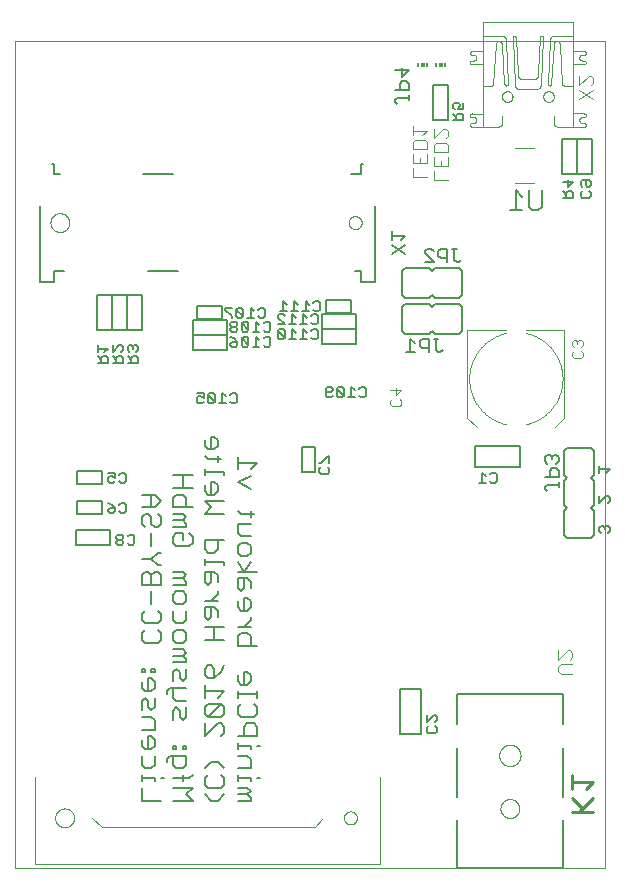
<source format=gbo>
G75*
%MOIN*%
%OFA0B0*%
%FSLAX25Y25*%
%IPPOS*%
%LPD*%
%AMOC8*
5,1,8,0,0,1.08239X$1,22.5*
%
%ADD10C,0.00000*%
%ADD11C,0.00600*%
%ADD12C,0.00500*%
%ADD13C,0.00400*%
%ADD14R,0.00591X0.01181*%
%ADD15R,0.01181X0.01181*%
%ADD16C,0.00800*%
%ADD17C,0.00787*%
%ADD18C,0.01000*%
%ADD19C,0.00300*%
D10*
X0002181Y0009243D02*
X0002181Y0284834D01*
X0199031Y0284834D01*
X0199031Y0009243D01*
X0002181Y0009243D01*
X0015613Y0025806D02*
X0015615Y0025918D01*
X0015621Y0026029D01*
X0015631Y0026141D01*
X0015645Y0026252D01*
X0015662Y0026362D01*
X0015684Y0026472D01*
X0015710Y0026581D01*
X0015739Y0026689D01*
X0015772Y0026795D01*
X0015809Y0026901D01*
X0015850Y0027005D01*
X0015895Y0027108D01*
X0015943Y0027209D01*
X0015994Y0027308D01*
X0016049Y0027405D01*
X0016108Y0027500D01*
X0016169Y0027594D01*
X0016234Y0027685D01*
X0016303Y0027773D01*
X0016374Y0027859D01*
X0016448Y0027943D01*
X0016526Y0028023D01*
X0016606Y0028101D01*
X0016689Y0028177D01*
X0016774Y0028249D01*
X0016862Y0028318D01*
X0016952Y0028384D01*
X0017045Y0028446D01*
X0017140Y0028506D01*
X0017237Y0028562D01*
X0017335Y0028614D01*
X0017436Y0028663D01*
X0017538Y0028708D01*
X0017642Y0028750D01*
X0017747Y0028788D01*
X0017854Y0028822D01*
X0017961Y0028852D01*
X0018070Y0028879D01*
X0018179Y0028901D01*
X0018290Y0028920D01*
X0018400Y0028935D01*
X0018512Y0028946D01*
X0018623Y0028953D01*
X0018735Y0028956D01*
X0018847Y0028955D01*
X0018959Y0028950D01*
X0019070Y0028941D01*
X0019181Y0028928D01*
X0019292Y0028911D01*
X0019402Y0028891D01*
X0019511Y0028866D01*
X0019619Y0028838D01*
X0019726Y0028805D01*
X0019832Y0028769D01*
X0019936Y0028729D01*
X0020039Y0028686D01*
X0020141Y0028639D01*
X0020240Y0028588D01*
X0020338Y0028534D01*
X0020434Y0028476D01*
X0020528Y0028415D01*
X0020619Y0028351D01*
X0020708Y0028284D01*
X0020795Y0028213D01*
X0020879Y0028139D01*
X0020961Y0028063D01*
X0021039Y0027983D01*
X0021115Y0027901D01*
X0021188Y0027816D01*
X0021258Y0027729D01*
X0021324Y0027639D01*
X0021388Y0027547D01*
X0021448Y0027453D01*
X0021505Y0027357D01*
X0021558Y0027258D01*
X0021608Y0027158D01*
X0021654Y0027057D01*
X0021697Y0026953D01*
X0021736Y0026848D01*
X0021771Y0026742D01*
X0021802Y0026635D01*
X0021830Y0026526D01*
X0021853Y0026417D01*
X0021873Y0026307D01*
X0021889Y0026196D01*
X0021901Y0026085D01*
X0021909Y0025974D01*
X0021913Y0025862D01*
X0021913Y0025750D01*
X0021909Y0025638D01*
X0021901Y0025527D01*
X0021889Y0025416D01*
X0021873Y0025305D01*
X0021853Y0025195D01*
X0021830Y0025086D01*
X0021802Y0024977D01*
X0021771Y0024870D01*
X0021736Y0024764D01*
X0021697Y0024659D01*
X0021654Y0024555D01*
X0021608Y0024454D01*
X0021558Y0024354D01*
X0021505Y0024255D01*
X0021448Y0024159D01*
X0021388Y0024065D01*
X0021324Y0023973D01*
X0021258Y0023883D01*
X0021188Y0023796D01*
X0021115Y0023711D01*
X0021039Y0023629D01*
X0020961Y0023549D01*
X0020879Y0023473D01*
X0020795Y0023399D01*
X0020708Y0023328D01*
X0020619Y0023261D01*
X0020528Y0023197D01*
X0020434Y0023136D01*
X0020338Y0023078D01*
X0020240Y0023024D01*
X0020141Y0022973D01*
X0020039Y0022926D01*
X0019936Y0022883D01*
X0019832Y0022843D01*
X0019726Y0022807D01*
X0019619Y0022774D01*
X0019511Y0022746D01*
X0019402Y0022721D01*
X0019292Y0022701D01*
X0019181Y0022684D01*
X0019070Y0022671D01*
X0018959Y0022662D01*
X0018847Y0022657D01*
X0018735Y0022656D01*
X0018623Y0022659D01*
X0018512Y0022666D01*
X0018400Y0022677D01*
X0018290Y0022692D01*
X0018179Y0022711D01*
X0018070Y0022733D01*
X0017961Y0022760D01*
X0017854Y0022790D01*
X0017747Y0022824D01*
X0017642Y0022862D01*
X0017538Y0022904D01*
X0017436Y0022949D01*
X0017335Y0022998D01*
X0017237Y0023050D01*
X0017140Y0023106D01*
X0017045Y0023166D01*
X0016952Y0023228D01*
X0016862Y0023294D01*
X0016774Y0023363D01*
X0016689Y0023435D01*
X0016606Y0023511D01*
X0016526Y0023589D01*
X0016448Y0023669D01*
X0016374Y0023753D01*
X0016303Y0023839D01*
X0016234Y0023927D01*
X0016169Y0024018D01*
X0016108Y0024112D01*
X0016049Y0024207D01*
X0015994Y0024304D01*
X0015943Y0024403D01*
X0015895Y0024504D01*
X0015850Y0024607D01*
X0015809Y0024711D01*
X0015772Y0024817D01*
X0015739Y0024923D01*
X0015710Y0025031D01*
X0015684Y0025140D01*
X0015662Y0025250D01*
X0015645Y0025360D01*
X0015631Y0025471D01*
X0015621Y0025583D01*
X0015615Y0025694D01*
X0015613Y0025806D01*
X0111874Y0025806D02*
X0111876Y0025899D01*
X0111882Y0025991D01*
X0111892Y0026083D01*
X0111906Y0026174D01*
X0111923Y0026265D01*
X0111945Y0026355D01*
X0111970Y0026444D01*
X0111999Y0026532D01*
X0112032Y0026618D01*
X0112069Y0026703D01*
X0112109Y0026787D01*
X0112153Y0026868D01*
X0112200Y0026948D01*
X0112250Y0027026D01*
X0112304Y0027101D01*
X0112361Y0027174D01*
X0112421Y0027244D01*
X0112484Y0027312D01*
X0112550Y0027377D01*
X0112618Y0027439D01*
X0112689Y0027499D01*
X0112763Y0027555D01*
X0112839Y0027608D01*
X0112917Y0027657D01*
X0112997Y0027704D01*
X0113079Y0027746D01*
X0113163Y0027786D01*
X0113248Y0027821D01*
X0113335Y0027853D01*
X0113423Y0027882D01*
X0113512Y0027906D01*
X0113602Y0027927D01*
X0113693Y0027943D01*
X0113785Y0027956D01*
X0113877Y0027965D01*
X0113970Y0027970D01*
X0114062Y0027971D01*
X0114155Y0027968D01*
X0114247Y0027961D01*
X0114339Y0027950D01*
X0114430Y0027935D01*
X0114521Y0027917D01*
X0114611Y0027894D01*
X0114699Y0027868D01*
X0114787Y0027838D01*
X0114873Y0027804D01*
X0114957Y0027767D01*
X0115040Y0027725D01*
X0115121Y0027681D01*
X0115201Y0027633D01*
X0115278Y0027582D01*
X0115352Y0027527D01*
X0115425Y0027469D01*
X0115495Y0027409D01*
X0115562Y0027345D01*
X0115626Y0027279D01*
X0115688Y0027209D01*
X0115746Y0027138D01*
X0115801Y0027064D01*
X0115853Y0026987D01*
X0115902Y0026908D01*
X0115948Y0026828D01*
X0115990Y0026745D01*
X0116028Y0026661D01*
X0116063Y0026575D01*
X0116094Y0026488D01*
X0116121Y0026400D01*
X0116144Y0026310D01*
X0116164Y0026220D01*
X0116180Y0026129D01*
X0116192Y0026037D01*
X0116200Y0025945D01*
X0116204Y0025852D01*
X0116204Y0025760D01*
X0116200Y0025667D01*
X0116192Y0025575D01*
X0116180Y0025483D01*
X0116164Y0025392D01*
X0116144Y0025302D01*
X0116121Y0025212D01*
X0116094Y0025124D01*
X0116063Y0025037D01*
X0116028Y0024951D01*
X0115990Y0024867D01*
X0115948Y0024784D01*
X0115902Y0024704D01*
X0115853Y0024625D01*
X0115801Y0024548D01*
X0115746Y0024474D01*
X0115688Y0024403D01*
X0115626Y0024333D01*
X0115562Y0024267D01*
X0115495Y0024203D01*
X0115425Y0024143D01*
X0115352Y0024085D01*
X0115278Y0024030D01*
X0115201Y0023979D01*
X0115122Y0023931D01*
X0115040Y0023887D01*
X0114957Y0023845D01*
X0114873Y0023808D01*
X0114787Y0023774D01*
X0114699Y0023744D01*
X0114611Y0023718D01*
X0114521Y0023695D01*
X0114430Y0023677D01*
X0114339Y0023662D01*
X0114247Y0023651D01*
X0114155Y0023644D01*
X0114062Y0023641D01*
X0113970Y0023642D01*
X0113877Y0023647D01*
X0113785Y0023656D01*
X0113693Y0023669D01*
X0113602Y0023685D01*
X0113512Y0023706D01*
X0113423Y0023730D01*
X0113335Y0023759D01*
X0113248Y0023791D01*
X0113163Y0023826D01*
X0113079Y0023866D01*
X0112997Y0023908D01*
X0112917Y0023955D01*
X0112839Y0024004D01*
X0112763Y0024057D01*
X0112689Y0024113D01*
X0112618Y0024173D01*
X0112550Y0024235D01*
X0112484Y0024300D01*
X0112421Y0024368D01*
X0112361Y0024438D01*
X0112304Y0024511D01*
X0112250Y0024586D01*
X0112200Y0024664D01*
X0112153Y0024744D01*
X0112109Y0024825D01*
X0112069Y0024909D01*
X0112032Y0024994D01*
X0111999Y0025080D01*
X0111970Y0025168D01*
X0111945Y0025257D01*
X0111923Y0025347D01*
X0111906Y0025438D01*
X0111892Y0025529D01*
X0111882Y0025621D01*
X0111876Y0025713D01*
X0111874Y0025806D01*
X0164031Y0028928D02*
X0164033Y0029040D01*
X0164039Y0029151D01*
X0164049Y0029263D01*
X0164063Y0029374D01*
X0164080Y0029484D01*
X0164102Y0029594D01*
X0164128Y0029703D01*
X0164157Y0029811D01*
X0164190Y0029917D01*
X0164227Y0030023D01*
X0164268Y0030127D01*
X0164313Y0030230D01*
X0164361Y0030331D01*
X0164412Y0030430D01*
X0164467Y0030527D01*
X0164526Y0030622D01*
X0164587Y0030716D01*
X0164652Y0030807D01*
X0164721Y0030895D01*
X0164792Y0030981D01*
X0164866Y0031065D01*
X0164944Y0031145D01*
X0165024Y0031223D01*
X0165107Y0031299D01*
X0165192Y0031371D01*
X0165280Y0031440D01*
X0165370Y0031506D01*
X0165463Y0031568D01*
X0165558Y0031628D01*
X0165655Y0031684D01*
X0165753Y0031736D01*
X0165854Y0031785D01*
X0165956Y0031830D01*
X0166060Y0031872D01*
X0166165Y0031910D01*
X0166272Y0031944D01*
X0166379Y0031974D01*
X0166488Y0032001D01*
X0166597Y0032023D01*
X0166708Y0032042D01*
X0166818Y0032057D01*
X0166930Y0032068D01*
X0167041Y0032075D01*
X0167153Y0032078D01*
X0167265Y0032077D01*
X0167377Y0032072D01*
X0167488Y0032063D01*
X0167599Y0032050D01*
X0167710Y0032033D01*
X0167820Y0032013D01*
X0167929Y0031988D01*
X0168037Y0031960D01*
X0168144Y0031927D01*
X0168250Y0031891D01*
X0168354Y0031851D01*
X0168457Y0031808D01*
X0168559Y0031761D01*
X0168658Y0031710D01*
X0168756Y0031656D01*
X0168852Y0031598D01*
X0168946Y0031537D01*
X0169037Y0031473D01*
X0169126Y0031406D01*
X0169213Y0031335D01*
X0169297Y0031261D01*
X0169379Y0031185D01*
X0169457Y0031105D01*
X0169533Y0031023D01*
X0169606Y0030938D01*
X0169676Y0030851D01*
X0169742Y0030761D01*
X0169806Y0030669D01*
X0169866Y0030575D01*
X0169923Y0030479D01*
X0169976Y0030380D01*
X0170026Y0030280D01*
X0170072Y0030179D01*
X0170115Y0030075D01*
X0170154Y0029970D01*
X0170189Y0029864D01*
X0170220Y0029757D01*
X0170248Y0029648D01*
X0170271Y0029539D01*
X0170291Y0029429D01*
X0170307Y0029318D01*
X0170319Y0029207D01*
X0170327Y0029096D01*
X0170331Y0028984D01*
X0170331Y0028872D01*
X0170327Y0028760D01*
X0170319Y0028649D01*
X0170307Y0028538D01*
X0170291Y0028427D01*
X0170271Y0028317D01*
X0170248Y0028208D01*
X0170220Y0028099D01*
X0170189Y0027992D01*
X0170154Y0027886D01*
X0170115Y0027781D01*
X0170072Y0027677D01*
X0170026Y0027576D01*
X0169976Y0027476D01*
X0169923Y0027377D01*
X0169866Y0027281D01*
X0169806Y0027187D01*
X0169742Y0027095D01*
X0169676Y0027005D01*
X0169606Y0026918D01*
X0169533Y0026833D01*
X0169457Y0026751D01*
X0169379Y0026671D01*
X0169297Y0026595D01*
X0169213Y0026521D01*
X0169126Y0026450D01*
X0169037Y0026383D01*
X0168946Y0026319D01*
X0168852Y0026258D01*
X0168756Y0026200D01*
X0168658Y0026146D01*
X0168559Y0026095D01*
X0168457Y0026048D01*
X0168354Y0026005D01*
X0168250Y0025965D01*
X0168144Y0025929D01*
X0168037Y0025896D01*
X0167929Y0025868D01*
X0167820Y0025843D01*
X0167710Y0025823D01*
X0167599Y0025806D01*
X0167488Y0025793D01*
X0167377Y0025784D01*
X0167265Y0025779D01*
X0167153Y0025778D01*
X0167041Y0025781D01*
X0166930Y0025788D01*
X0166818Y0025799D01*
X0166708Y0025814D01*
X0166597Y0025833D01*
X0166488Y0025855D01*
X0166379Y0025882D01*
X0166272Y0025912D01*
X0166165Y0025946D01*
X0166060Y0025984D01*
X0165956Y0026026D01*
X0165854Y0026071D01*
X0165753Y0026120D01*
X0165655Y0026172D01*
X0165558Y0026228D01*
X0165463Y0026288D01*
X0165370Y0026350D01*
X0165280Y0026416D01*
X0165192Y0026485D01*
X0165107Y0026557D01*
X0165024Y0026633D01*
X0164944Y0026711D01*
X0164866Y0026791D01*
X0164792Y0026875D01*
X0164721Y0026961D01*
X0164652Y0027049D01*
X0164587Y0027140D01*
X0164526Y0027234D01*
X0164467Y0027329D01*
X0164412Y0027426D01*
X0164361Y0027525D01*
X0164313Y0027626D01*
X0164268Y0027729D01*
X0164227Y0027833D01*
X0164190Y0027939D01*
X0164157Y0028045D01*
X0164128Y0028153D01*
X0164102Y0028262D01*
X0164080Y0028372D01*
X0164063Y0028482D01*
X0164049Y0028593D01*
X0164039Y0028705D01*
X0164033Y0028816D01*
X0164031Y0028928D01*
X0163638Y0046645D02*
X0163640Y0046763D01*
X0163646Y0046882D01*
X0163656Y0047000D01*
X0163670Y0047117D01*
X0163687Y0047234D01*
X0163709Y0047351D01*
X0163735Y0047466D01*
X0163764Y0047581D01*
X0163797Y0047695D01*
X0163834Y0047807D01*
X0163875Y0047918D01*
X0163919Y0048028D01*
X0163967Y0048136D01*
X0164019Y0048243D01*
X0164074Y0048348D01*
X0164133Y0048451D01*
X0164195Y0048551D01*
X0164260Y0048650D01*
X0164329Y0048747D01*
X0164400Y0048841D01*
X0164475Y0048932D01*
X0164553Y0049022D01*
X0164634Y0049108D01*
X0164718Y0049192D01*
X0164804Y0049273D01*
X0164894Y0049351D01*
X0164985Y0049426D01*
X0165079Y0049497D01*
X0165176Y0049566D01*
X0165275Y0049631D01*
X0165375Y0049693D01*
X0165478Y0049752D01*
X0165583Y0049807D01*
X0165690Y0049859D01*
X0165798Y0049907D01*
X0165908Y0049951D01*
X0166019Y0049992D01*
X0166131Y0050029D01*
X0166245Y0050062D01*
X0166360Y0050091D01*
X0166475Y0050117D01*
X0166592Y0050139D01*
X0166709Y0050156D01*
X0166826Y0050170D01*
X0166944Y0050180D01*
X0167063Y0050186D01*
X0167181Y0050188D01*
X0167299Y0050186D01*
X0167418Y0050180D01*
X0167536Y0050170D01*
X0167653Y0050156D01*
X0167770Y0050139D01*
X0167887Y0050117D01*
X0168002Y0050091D01*
X0168117Y0050062D01*
X0168231Y0050029D01*
X0168343Y0049992D01*
X0168454Y0049951D01*
X0168564Y0049907D01*
X0168672Y0049859D01*
X0168779Y0049807D01*
X0168884Y0049752D01*
X0168987Y0049693D01*
X0169087Y0049631D01*
X0169186Y0049566D01*
X0169283Y0049497D01*
X0169377Y0049426D01*
X0169468Y0049351D01*
X0169558Y0049273D01*
X0169644Y0049192D01*
X0169728Y0049108D01*
X0169809Y0049022D01*
X0169887Y0048932D01*
X0169962Y0048841D01*
X0170033Y0048747D01*
X0170102Y0048650D01*
X0170167Y0048551D01*
X0170229Y0048451D01*
X0170288Y0048348D01*
X0170343Y0048243D01*
X0170395Y0048136D01*
X0170443Y0048028D01*
X0170487Y0047918D01*
X0170528Y0047807D01*
X0170565Y0047695D01*
X0170598Y0047581D01*
X0170627Y0047466D01*
X0170653Y0047351D01*
X0170675Y0047234D01*
X0170692Y0047117D01*
X0170706Y0047000D01*
X0170716Y0046882D01*
X0170722Y0046763D01*
X0170724Y0046645D01*
X0170722Y0046527D01*
X0170716Y0046408D01*
X0170706Y0046290D01*
X0170692Y0046173D01*
X0170675Y0046056D01*
X0170653Y0045939D01*
X0170627Y0045824D01*
X0170598Y0045709D01*
X0170565Y0045595D01*
X0170528Y0045483D01*
X0170487Y0045372D01*
X0170443Y0045262D01*
X0170395Y0045154D01*
X0170343Y0045047D01*
X0170288Y0044942D01*
X0170229Y0044839D01*
X0170167Y0044739D01*
X0170102Y0044640D01*
X0170033Y0044543D01*
X0169962Y0044449D01*
X0169887Y0044358D01*
X0169809Y0044268D01*
X0169728Y0044182D01*
X0169644Y0044098D01*
X0169558Y0044017D01*
X0169468Y0043939D01*
X0169377Y0043864D01*
X0169283Y0043793D01*
X0169186Y0043724D01*
X0169087Y0043659D01*
X0168987Y0043597D01*
X0168884Y0043538D01*
X0168779Y0043483D01*
X0168672Y0043431D01*
X0168564Y0043383D01*
X0168454Y0043339D01*
X0168343Y0043298D01*
X0168231Y0043261D01*
X0168117Y0043228D01*
X0168002Y0043199D01*
X0167887Y0043173D01*
X0167770Y0043151D01*
X0167653Y0043134D01*
X0167536Y0043120D01*
X0167418Y0043110D01*
X0167299Y0043104D01*
X0167181Y0043102D01*
X0167063Y0043104D01*
X0166944Y0043110D01*
X0166826Y0043120D01*
X0166709Y0043134D01*
X0166592Y0043151D01*
X0166475Y0043173D01*
X0166360Y0043199D01*
X0166245Y0043228D01*
X0166131Y0043261D01*
X0166019Y0043298D01*
X0165908Y0043339D01*
X0165798Y0043383D01*
X0165690Y0043431D01*
X0165583Y0043483D01*
X0165478Y0043538D01*
X0165375Y0043597D01*
X0165275Y0043659D01*
X0165176Y0043724D01*
X0165079Y0043793D01*
X0164985Y0043864D01*
X0164894Y0043939D01*
X0164804Y0044017D01*
X0164718Y0044098D01*
X0164634Y0044182D01*
X0164553Y0044268D01*
X0164475Y0044358D01*
X0164400Y0044449D01*
X0164329Y0044543D01*
X0164260Y0044640D01*
X0164195Y0044739D01*
X0164133Y0044839D01*
X0164074Y0044942D01*
X0164019Y0045047D01*
X0163967Y0045154D01*
X0163919Y0045262D01*
X0163875Y0045372D01*
X0163834Y0045483D01*
X0163797Y0045595D01*
X0163764Y0045709D01*
X0163735Y0045824D01*
X0163709Y0045939D01*
X0163687Y0046056D01*
X0163670Y0046173D01*
X0163656Y0046290D01*
X0163646Y0046408D01*
X0163640Y0046527D01*
X0163638Y0046645D01*
X0113449Y0224243D02*
X0113451Y0224336D01*
X0113457Y0224428D01*
X0113467Y0224520D01*
X0113481Y0224611D01*
X0113498Y0224702D01*
X0113520Y0224792D01*
X0113545Y0224881D01*
X0113574Y0224969D01*
X0113607Y0225055D01*
X0113644Y0225140D01*
X0113684Y0225224D01*
X0113728Y0225305D01*
X0113775Y0225385D01*
X0113825Y0225463D01*
X0113879Y0225538D01*
X0113936Y0225611D01*
X0113996Y0225681D01*
X0114059Y0225749D01*
X0114125Y0225814D01*
X0114193Y0225876D01*
X0114264Y0225936D01*
X0114338Y0225992D01*
X0114414Y0226045D01*
X0114492Y0226094D01*
X0114572Y0226141D01*
X0114654Y0226183D01*
X0114738Y0226223D01*
X0114823Y0226258D01*
X0114910Y0226290D01*
X0114998Y0226319D01*
X0115087Y0226343D01*
X0115177Y0226364D01*
X0115268Y0226380D01*
X0115360Y0226393D01*
X0115452Y0226402D01*
X0115545Y0226407D01*
X0115637Y0226408D01*
X0115730Y0226405D01*
X0115822Y0226398D01*
X0115914Y0226387D01*
X0116005Y0226372D01*
X0116096Y0226354D01*
X0116186Y0226331D01*
X0116274Y0226305D01*
X0116362Y0226275D01*
X0116448Y0226241D01*
X0116532Y0226204D01*
X0116615Y0226162D01*
X0116696Y0226118D01*
X0116776Y0226070D01*
X0116853Y0226019D01*
X0116927Y0225964D01*
X0117000Y0225906D01*
X0117070Y0225846D01*
X0117137Y0225782D01*
X0117201Y0225716D01*
X0117263Y0225646D01*
X0117321Y0225575D01*
X0117376Y0225501D01*
X0117428Y0225424D01*
X0117477Y0225345D01*
X0117523Y0225265D01*
X0117565Y0225182D01*
X0117603Y0225098D01*
X0117638Y0225012D01*
X0117669Y0224925D01*
X0117696Y0224837D01*
X0117719Y0224747D01*
X0117739Y0224657D01*
X0117755Y0224566D01*
X0117767Y0224474D01*
X0117775Y0224382D01*
X0117779Y0224289D01*
X0117779Y0224197D01*
X0117775Y0224104D01*
X0117767Y0224012D01*
X0117755Y0223920D01*
X0117739Y0223829D01*
X0117719Y0223739D01*
X0117696Y0223649D01*
X0117669Y0223561D01*
X0117638Y0223474D01*
X0117603Y0223388D01*
X0117565Y0223304D01*
X0117523Y0223221D01*
X0117477Y0223141D01*
X0117428Y0223062D01*
X0117376Y0222985D01*
X0117321Y0222911D01*
X0117263Y0222840D01*
X0117201Y0222770D01*
X0117137Y0222704D01*
X0117070Y0222640D01*
X0117000Y0222580D01*
X0116927Y0222522D01*
X0116853Y0222467D01*
X0116776Y0222416D01*
X0116697Y0222368D01*
X0116615Y0222324D01*
X0116532Y0222282D01*
X0116448Y0222245D01*
X0116362Y0222211D01*
X0116274Y0222181D01*
X0116186Y0222155D01*
X0116096Y0222132D01*
X0116005Y0222114D01*
X0115914Y0222099D01*
X0115822Y0222088D01*
X0115730Y0222081D01*
X0115637Y0222078D01*
X0115545Y0222079D01*
X0115452Y0222084D01*
X0115360Y0222093D01*
X0115268Y0222106D01*
X0115177Y0222122D01*
X0115087Y0222143D01*
X0114998Y0222167D01*
X0114910Y0222196D01*
X0114823Y0222228D01*
X0114738Y0222263D01*
X0114654Y0222303D01*
X0114572Y0222345D01*
X0114492Y0222392D01*
X0114414Y0222441D01*
X0114338Y0222494D01*
X0114264Y0222550D01*
X0114193Y0222610D01*
X0114125Y0222672D01*
X0114059Y0222737D01*
X0113996Y0222805D01*
X0113936Y0222875D01*
X0113879Y0222948D01*
X0113825Y0223023D01*
X0113775Y0223101D01*
X0113728Y0223181D01*
X0113684Y0223262D01*
X0113644Y0223346D01*
X0113607Y0223431D01*
X0113574Y0223517D01*
X0113545Y0223605D01*
X0113520Y0223694D01*
X0113498Y0223784D01*
X0113481Y0223875D01*
X0113467Y0223966D01*
X0113457Y0224058D01*
X0113451Y0224150D01*
X0113449Y0224243D01*
X0164519Y0266243D02*
X0164521Y0266327D01*
X0164527Y0266410D01*
X0164537Y0266493D01*
X0164551Y0266576D01*
X0164568Y0266658D01*
X0164590Y0266739D01*
X0164615Y0266818D01*
X0164644Y0266897D01*
X0164677Y0266974D01*
X0164713Y0267049D01*
X0164753Y0267123D01*
X0164796Y0267195D01*
X0164843Y0267264D01*
X0164893Y0267331D01*
X0164946Y0267396D01*
X0165002Y0267458D01*
X0165060Y0267518D01*
X0165122Y0267575D01*
X0165186Y0267628D01*
X0165253Y0267679D01*
X0165322Y0267726D01*
X0165393Y0267771D01*
X0165466Y0267811D01*
X0165541Y0267848D01*
X0165618Y0267882D01*
X0165696Y0267912D01*
X0165775Y0267938D01*
X0165856Y0267961D01*
X0165938Y0267979D01*
X0166020Y0267994D01*
X0166103Y0268005D01*
X0166186Y0268012D01*
X0166270Y0268015D01*
X0166354Y0268014D01*
X0166437Y0268009D01*
X0166521Y0268000D01*
X0166603Y0267987D01*
X0166685Y0267971D01*
X0166766Y0267950D01*
X0166847Y0267926D01*
X0166925Y0267898D01*
X0167003Y0267866D01*
X0167079Y0267830D01*
X0167153Y0267791D01*
X0167225Y0267749D01*
X0167295Y0267703D01*
X0167363Y0267654D01*
X0167428Y0267602D01*
X0167491Y0267547D01*
X0167551Y0267489D01*
X0167609Y0267428D01*
X0167663Y0267364D01*
X0167715Y0267298D01*
X0167763Y0267230D01*
X0167808Y0267159D01*
X0167849Y0267086D01*
X0167888Y0267012D01*
X0167922Y0266936D01*
X0167953Y0266858D01*
X0167980Y0266779D01*
X0168004Y0266698D01*
X0168023Y0266617D01*
X0168039Y0266535D01*
X0168051Y0266452D01*
X0168059Y0266368D01*
X0168063Y0266285D01*
X0168063Y0266201D01*
X0168059Y0266118D01*
X0168051Y0266034D01*
X0168039Y0265951D01*
X0168023Y0265869D01*
X0168004Y0265788D01*
X0167980Y0265707D01*
X0167953Y0265628D01*
X0167922Y0265550D01*
X0167888Y0265474D01*
X0167849Y0265400D01*
X0167808Y0265327D01*
X0167763Y0265256D01*
X0167715Y0265188D01*
X0167663Y0265122D01*
X0167609Y0265058D01*
X0167551Y0264997D01*
X0167491Y0264939D01*
X0167428Y0264884D01*
X0167363Y0264832D01*
X0167295Y0264783D01*
X0167225Y0264737D01*
X0167153Y0264695D01*
X0167079Y0264656D01*
X0167003Y0264620D01*
X0166925Y0264588D01*
X0166847Y0264560D01*
X0166766Y0264536D01*
X0166685Y0264515D01*
X0166603Y0264499D01*
X0166521Y0264486D01*
X0166437Y0264477D01*
X0166354Y0264472D01*
X0166270Y0264471D01*
X0166186Y0264474D01*
X0166103Y0264481D01*
X0166020Y0264492D01*
X0165938Y0264507D01*
X0165856Y0264525D01*
X0165775Y0264548D01*
X0165696Y0264574D01*
X0165618Y0264604D01*
X0165541Y0264638D01*
X0165466Y0264675D01*
X0165393Y0264715D01*
X0165322Y0264760D01*
X0165253Y0264807D01*
X0165186Y0264858D01*
X0165122Y0264911D01*
X0165060Y0264968D01*
X0165002Y0265028D01*
X0164946Y0265090D01*
X0164893Y0265155D01*
X0164843Y0265222D01*
X0164796Y0265291D01*
X0164753Y0265363D01*
X0164713Y0265437D01*
X0164677Y0265512D01*
X0164644Y0265589D01*
X0164615Y0265668D01*
X0164590Y0265747D01*
X0164568Y0265828D01*
X0164551Y0265910D01*
X0164537Y0265993D01*
X0164527Y0266076D01*
X0164521Y0266159D01*
X0164519Y0266243D01*
X0178299Y0266243D02*
X0178301Y0266327D01*
X0178307Y0266410D01*
X0178317Y0266493D01*
X0178331Y0266576D01*
X0178348Y0266658D01*
X0178370Y0266739D01*
X0178395Y0266818D01*
X0178424Y0266897D01*
X0178457Y0266974D01*
X0178493Y0267049D01*
X0178533Y0267123D01*
X0178576Y0267195D01*
X0178623Y0267264D01*
X0178673Y0267331D01*
X0178726Y0267396D01*
X0178782Y0267458D01*
X0178840Y0267518D01*
X0178902Y0267575D01*
X0178966Y0267628D01*
X0179033Y0267679D01*
X0179102Y0267726D01*
X0179173Y0267771D01*
X0179246Y0267811D01*
X0179321Y0267848D01*
X0179398Y0267882D01*
X0179476Y0267912D01*
X0179555Y0267938D01*
X0179636Y0267961D01*
X0179718Y0267979D01*
X0179800Y0267994D01*
X0179883Y0268005D01*
X0179966Y0268012D01*
X0180050Y0268015D01*
X0180134Y0268014D01*
X0180217Y0268009D01*
X0180301Y0268000D01*
X0180383Y0267987D01*
X0180465Y0267971D01*
X0180546Y0267950D01*
X0180627Y0267926D01*
X0180705Y0267898D01*
X0180783Y0267866D01*
X0180859Y0267830D01*
X0180933Y0267791D01*
X0181005Y0267749D01*
X0181075Y0267703D01*
X0181143Y0267654D01*
X0181208Y0267602D01*
X0181271Y0267547D01*
X0181331Y0267489D01*
X0181389Y0267428D01*
X0181443Y0267364D01*
X0181495Y0267298D01*
X0181543Y0267230D01*
X0181588Y0267159D01*
X0181629Y0267086D01*
X0181668Y0267012D01*
X0181702Y0266936D01*
X0181733Y0266858D01*
X0181760Y0266779D01*
X0181784Y0266698D01*
X0181803Y0266617D01*
X0181819Y0266535D01*
X0181831Y0266452D01*
X0181839Y0266368D01*
X0181843Y0266285D01*
X0181843Y0266201D01*
X0181839Y0266118D01*
X0181831Y0266034D01*
X0181819Y0265951D01*
X0181803Y0265869D01*
X0181784Y0265788D01*
X0181760Y0265707D01*
X0181733Y0265628D01*
X0181702Y0265550D01*
X0181668Y0265474D01*
X0181629Y0265400D01*
X0181588Y0265327D01*
X0181543Y0265256D01*
X0181495Y0265188D01*
X0181443Y0265122D01*
X0181389Y0265058D01*
X0181331Y0264997D01*
X0181271Y0264939D01*
X0181208Y0264884D01*
X0181143Y0264832D01*
X0181075Y0264783D01*
X0181005Y0264737D01*
X0180933Y0264695D01*
X0180859Y0264656D01*
X0180783Y0264620D01*
X0180705Y0264588D01*
X0180627Y0264560D01*
X0180546Y0264536D01*
X0180465Y0264515D01*
X0180383Y0264499D01*
X0180301Y0264486D01*
X0180217Y0264477D01*
X0180134Y0264472D01*
X0180050Y0264471D01*
X0179966Y0264474D01*
X0179883Y0264481D01*
X0179800Y0264492D01*
X0179718Y0264507D01*
X0179636Y0264525D01*
X0179555Y0264548D01*
X0179476Y0264574D01*
X0179398Y0264604D01*
X0179321Y0264638D01*
X0179246Y0264675D01*
X0179173Y0264715D01*
X0179102Y0264760D01*
X0179033Y0264807D01*
X0178966Y0264858D01*
X0178902Y0264911D01*
X0178840Y0264968D01*
X0178782Y0265028D01*
X0178726Y0265090D01*
X0178673Y0265155D01*
X0178623Y0265222D01*
X0178576Y0265291D01*
X0178533Y0265363D01*
X0178493Y0265437D01*
X0178457Y0265512D01*
X0178424Y0265589D01*
X0178395Y0265668D01*
X0178370Y0265747D01*
X0178348Y0265828D01*
X0178331Y0265910D01*
X0178317Y0265993D01*
X0178307Y0266076D01*
X0178301Y0266159D01*
X0178299Y0266243D01*
X0014038Y0224243D02*
X0014040Y0224355D01*
X0014046Y0224466D01*
X0014056Y0224578D01*
X0014070Y0224689D01*
X0014087Y0224799D01*
X0014109Y0224909D01*
X0014135Y0225018D01*
X0014164Y0225126D01*
X0014197Y0225232D01*
X0014234Y0225338D01*
X0014275Y0225442D01*
X0014320Y0225545D01*
X0014368Y0225646D01*
X0014419Y0225745D01*
X0014474Y0225842D01*
X0014533Y0225937D01*
X0014594Y0226031D01*
X0014659Y0226122D01*
X0014728Y0226210D01*
X0014799Y0226296D01*
X0014873Y0226380D01*
X0014951Y0226460D01*
X0015031Y0226538D01*
X0015114Y0226614D01*
X0015199Y0226686D01*
X0015287Y0226755D01*
X0015377Y0226821D01*
X0015470Y0226883D01*
X0015565Y0226943D01*
X0015662Y0226999D01*
X0015760Y0227051D01*
X0015861Y0227100D01*
X0015963Y0227145D01*
X0016067Y0227187D01*
X0016172Y0227225D01*
X0016279Y0227259D01*
X0016386Y0227289D01*
X0016495Y0227316D01*
X0016604Y0227338D01*
X0016715Y0227357D01*
X0016825Y0227372D01*
X0016937Y0227383D01*
X0017048Y0227390D01*
X0017160Y0227393D01*
X0017272Y0227392D01*
X0017384Y0227387D01*
X0017495Y0227378D01*
X0017606Y0227365D01*
X0017717Y0227348D01*
X0017827Y0227328D01*
X0017936Y0227303D01*
X0018044Y0227275D01*
X0018151Y0227242D01*
X0018257Y0227206D01*
X0018361Y0227166D01*
X0018464Y0227123D01*
X0018566Y0227076D01*
X0018665Y0227025D01*
X0018763Y0226971D01*
X0018859Y0226913D01*
X0018953Y0226852D01*
X0019044Y0226788D01*
X0019133Y0226721D01*
X0019220Y0226650D01*
X0019304Y0226576D01*
X0019386Y0226500D01*
X0019464Y0226420D01*
X0019540Y0226338D01*
X0019613Y0226253D01*
X0019683Y0226166D01*
X0019749Y0226076D01*
X0019813Y0225984D01*
X0019873Y0225890D01*
X0019930Y0225794D01*
X0019983Y0225695D01*
X0020033Y0225595D01*
X0020079Y0225494D01*
X0020122Y0225390D01*
X0020161Y0225285D01*
X0020196Y0225179D01*
X0020227Y0225072D01*
X0020255Y0224963D01*
X0020278Y0224854D01*
X0020298Y0224744D01*
X0020314Y0224633D01*
X0020326Y0224522D01*
X0020334Y0224411D01*
X0020338Y0224299D01*
X0020338Y0224187D01*
X0020334Y0224075D01*
X0020326Y0223964D01*
X0020314Y0223853D01*
X0020298Y0223742D01*
X0020278Y0223632D01*
X0020255Y0223523D01*
X0020227Y0223414D01*
X0020196Y0223307D01*
X0020161Y0223201D01*
X0020122Y0223096D01*
X0020079Y0222992D01*
X0020033Y0222891D01*
X0019983Y0222791D01*
X0019930Y0222692D01*
X0019873Y0222596D01*
X0019813Y0222502D01*
X0019749Y0222410D01*
X0019683Y0222320D01*
X0019613Y0222233D01*
X0019540Y0222148D01*
X0019464Y0222066D01*
X0019386Y0221986D01*
X0019304Y0221910D01*
X0019220Y0221836D01*
X0019133Y0221765D01*
X0019044Y0221698D01*
X0018953Y0221634D01*
X0018859Y0221573D01*
X0018763Y0221515D01*
X0018665Y0221461D01*
X0018566Y0221410D01*
X0018464Y0221363D01*
X0018361Y0221320D01*
X0018257Y0221280D01*
X0018151Y0221244D01*
X0018044Y0221211D01*
X0017936Y0221183D01*
X0017827Y0221158D01*
X0017717Y0221138D01*
X0017606Y0221121D01*
X0017495Y0221108D01*
X0017384Y0221099D01*
X0017272Y0221094D01*
X0017160Y0221093D01*
X0017048Y0221096D01*
X0016937Y0221103D01*
X0016825Y0221114D01*
X0016715Y0221129D01*
X0016604Y0221148D01*
X0016495Y0221170D01*
X0016386Y0221197D01*
X0016279Y0221227D01*
X0016172Y0221261D01*
X0016067Y0221299D01*
X0015963Y0221341D01*
X0015861Y0221386D01*
X0015760Y0221435D01*
X0015662Y0221487D01*
X0015565Y0221543D01*
X0015470Y0221603D01*
X0015377Y0221665D01*
X0015287Y0221731D01*
X0015199Y0221800D01*
X0015114Y0221872D01*
X0015031Y0221948D01*
X0014951Y0222026D01*
X0014873Y0222106D01*
X0014799Y0222190D01*
X0014728Y0222276D01*
X0014659Y0222364D01*
X0014594Y0222455D01*
X0014533Y0222549D01*
X0014474Y0222644D01*
X0014419Y0222741D01*
X0014368Y0222840D01*
X0014320Y0222941D01*
X0014275Y0223044D01*
X0014234Y0223148D01*
X0014197Y0223254D01*
X0014164Y0223360D01*
X0014135Y0223468D01*
X0014109Y0223577D01*
X0014087Y0223687D01*
X0014070Y0223797D01*
X0014056Y0223908D01*
X0014046Y0224020D01*
X0014040Y0224131D01*
X0014038Y0224243D01*
D11*
X0029731Y0183378D02*
X0029731Y0181110D01*
X0029731Y0182244D02*
X0033134Y0182244D01*
X0032000Y0181110D01*
X0032567Y0179695D02*
X0031433Y0179695D01*
X0030865Y0179128D01*
X0030865Y0177427D01*
X0029731Y0177427D02*
X0033134Y0177427D01*
X0033134Y0179128D01*
X0032567Y0179695D01*
X0030865Y0178561D02*
X0029731Y0179695D01*
X0034731Y0179695D02*
X0035865Y0178561D01*
X0035865Y0179128D02*
X0035865Y0177427D01*
X0034731Y0177427D02*
X0038134Y0177427D01*
X0038134Y0179128D01*
X0037567Y0179695D01*
X0036433Y0179695D01*
X0035865Y0179128D01*
X0034731Y0181110D02*
X0037000Y0183378D01*
X0037567Y0183378D01*
X0038134Y0182811D01*
X0038134Y0181677D01*
X0037567Y0181110D01*
X0039731Y0181677D02*
X0040298Y0181110D01*
X0039731Y0181677D02*
X0039731Y0182811D01*
X0040298Y0183378D01*
X0040865Y0183378D01*
X0041433Y0182811D01*
X0041433Y0182244D01*
X0041433Y0182811D02*
X0042000Y0183378D01*
X0042567Y0183378D01*
X0043134Y0182811D01*
X0043134Y0181677D01*
X0042567Y0181110D01*
X0042567Y0179695D02*
X0041433Y0179695D01*
X0040865Y0179128D01*
X0040865Y0177427D01*
X0039731Y0177427D02*
X0043134Y0177427D01*
X0043134Y0179128D01*
X0042567Y0179695D01*
X0040865Y0178561D02*
X0039731Y0179695D01*
X0034731Y0181110D02*
X0034731Y0183378D01*
X0062796Y0167446D02*
X0065064Y0167446D01*
X0065064Y0165744D01*
X0063930Y0166312D01*
X0063363Y0166312D01*
X0062796Y0165744D01*
X0062796Y0164610D01*
X0063363Y0164043D01*
X0064497Y0164043D01*
X0065064Y0164610D01*
X0066479Y0164610D02*
X0066479Y0166879D01*
X0068747Y0164610D01*
X0068180Y0164043D01*
X0067046Y0164043D01*
X0066479Y0164610D01*
X0068747Y0164610D02*
X0068747Y0166879D01*
X0068180Y0167446D01*
X0067046Y0167446D01*
X0066479Y0166879D01*
X0070162Y0164043D02*
X0072431Y0164043D01*
X0071296Y0164043D02*
X0071296Y0167446D01*
X0072431Y0166312D01*
X0073845Y0166879D02*
X0074412Y0167446D01*
X0075547Y0167446D01*
X0076114Y0166879D01*
X0076114Y0164610D01*
X0075547Y0164043D01*
X0074412Y0164043D01*
X0073845Y0164610D01*
X0068684Y0152907D02*
X0067616Y0152907D01*
X0067616Y0148636D01*
X0066549Y0148636D02*
X0068684Y0148636D01*
X0069751Y0149704D01*
X0069751Y0151839D01*
X0068684Y0152907D01*
X0065481Y0151839D02*
X0065481Y0149704D01*
X0066549Y0148636D01*
X0065481Y0146474D02*
X0066549Y0145407D01*
X0070819Y0145407D01*
X0069751Y0146474D02*
X0069751Y0144339D01*
X0071887Y0141110D02*
X0065481Y0141110D01*
X0065481Y0142177D02*
X0065481Y0140042D01*
X0067616Y0137867D02*
X0067616Y0133597D01*
X0066549Y0133597D02*
X0068684Y0133597D01*
X0069751Y0134664D01*
X0069751Y0136799D01*
X0068684Y0137867D01*
X0067616Y0137867D01*
X0065481Y0136799D02*
X0065481Y0134664D01*
X0066549Y0133597D01*
X0065481Y0131422D02*
X0071887Y0131422D01*
X0071887Y0127151D02*
X0065481Y0127151D01*
X0067616Y0129286D01*
X0065481Y0131422D01*
X0061387Y0129300D02*
X0054981Y0129300D01*
X0054981Y0132502D01*
X0056049Y0133570D01*
X0058184Y0133570D01*
X0059251Y0132502D01*
X0059251Y0129300D01*
X0058184Y0127125D02*
X0054981Y0127125D01*
X0054981Y0124989D02*
X0058184Y0124989D01*
X0059251Y0126057D01*
X0058184Y0127125D01*
X0058184Y0124989D02*
X0059251Y0123922D01*
X0059251Y0122854D01*
X0054981Y0122854D01*
X0056049Y0120679D02*
X0058184Y0120679D01*
X0058184Y0118544D01*
X0060319Y0120679D02*
X0061387Y0119611D01*
X0061387Y0117476D01*
X0060319Y0116409D01*
X0056049Y0116409D01*
X0054981Y0117476D01*
X0054981Y0119611D01*
X0056049Y0120679D01*
X0050887Y0123922D02*
X0049819Y0122854D01*
X0048751Y0122854D01*
X0047684Y0123922D01*
X0047684Y0126057D01*
X0046616Y0127125D01*
X0045549Y0127125D01*
X0044481Y0126057D01*
X0044481Y0123922D01*
X0045549Y0122854D01*
X0047684Y0120679D02*
X0047684Y0116409D01*
X0049819Y0114234D02*
X0047684Y0112098D01*
X0044481Y0112098D01*
X0041430Y0116793D02*
X0040296Y0116793D01*
X0039729Y0117360D01*
X0038314Y0117360D02*
X0037747Y0116793D01*
X0036613Y0116793D01*
X0036046Y0117360D01*
X0036046Y0117927D01*
X0036613Y0118494D01*
X0037747Y0118494D01*
X0038314Y0119062D01*
X0038314Y0119629D01*
X0037747Y0120196D01*
X0036613Y0120196D01*
X0036046Y0119629D01*
X0036046Y0119062D01*
X0036613Y0118494D01*
X0037747Y0118494D02*
X0038314Y0117927D01*
X0038314Y0117360D01*
X0039729Y0119629D02*
X0040296Y0120196D01*
X0041430Y0120196D01*
X0041997Y0119629D01*
X0041997Y0117360D01*
X0041430Y0116793D01*
X0047684Y0112098D02*
X0049819Y0109963D01*
X0050887Y0109963D01*
X0049819Y0107788D02*
X0048751Y0107788D01*
X0047684Y0106720D01*
X0047684Y0103518D01*
X0047684Y0101343D02*
X0047684Y0097072D01*
X0049819Y0094897D02*
X0050887Y0093829D01*
X0050887Y0091694D01*
X0049819Y0090627D01*
X0045549Y0090627D01*
X0044481Y0091694D01*
X0044481Y0093829D01*
X0045549Y0094897D01*
X0045549Y0088452D02*
X0044481Y0087384D01*
X0044481Y0085249D01*
X0045549Y0084181D01*
X0049819Y0084181D01*
X0050887Y0085249D01*
X0050887Y0087384D01*
X0049819Y0088452D01*
X0054981Y0087384D02*
X0056049Y0088452D01*
X0058184Y0088452D01*
X0059251Y0087384D01*
X0059251Y0085249D01*
X0058184Y0084181D01*
X0056049Y0084181D01*
X0054981Y0085249D01*
X0054981Y0087384D01*
X0056049Y0090627D02*
X0054981Y0091694D01*
X0054981Y0094897D01*
X0056049Y0097072D02*
X0054981Y0098140D01*
X0054981Y0100275D01*
X0056049Y0101343D01*
X0058184Y0101343D01*
X0059251Y0100275D01*
X0059251Y0098140D01*
X0058184Y0097072D01*
X0056049Y0097072D01*
X0059251Y0094897D02*
X0059251Y0091694D01*
X0058184Y0090627D01*
X0056049Y0090627D01*
X0054981Y0082006D02*
X0058184Y0082006D01*
X0059251Y0080938D01*
X0058184Y0079871D01*
X0054981Y0079871D01*
X0054981Y0077736D02*
X0059251Y0077736D01*
X0059251Y0078803D01*
X0058184Y0079871D01*
X0059251Y0075561D02*
X0059251Y0072358D01*
X0058184Y0071290D01*
X0057116Y0072358D01*
X0057116Y0074493D01*
X0056049Y0075561D01*
X0054981Y0074493D01*
X0054981Y0071290D01*
X0054981Y0069115D02*
X0054981Y0065912D01*
X0056049Y0064845D01*
X0059251Y0064845D01*
X0059251Y0062670D02*
X0059251Y0059467D01*
X0058184Y0058399D01*
X0057116Y0059467D01*
X0057116Y0061602D01*
X0056049Y0062670D01*
X0054981Y0061602D01*
X0054981Y0058399D01*
X0054981Y0049799D02*
X0054981Y0048731D01*
X0056049Y0048731D01*
X0056049Y0049799D01*
X0054981Y0049799D01*
X0058184Y0049799D02*
X0058184Y0048731D01*
X0059251Y0048731D01*
X0059251Y0049799D01*
X0058184Y0049799D01*
X0059251Y0046556D02*
X0053914Y0046556D01*
X0052846Y0045488D01*
X0052846Y0044421D01*
X0054981Y0043353D02*
X0054981Y0046556D01*
X0054981Y0043353D02*
X0056049Y0042286D01*
X0058184Y0042286D01*
X0059251Y0043353D01*
X0059251Y0046556D01*
X0058184Y0040124D02*
X0058184Y0037989D01*
X0060319Y0039056D02*
X0061387Y0040124D01*
X0060319Y0039056D02*
X0054981Y0039056D01*
X0051954Y0039056D02*
X0050887Y0039056D01*
X0048751Y0039056D02*
X0048751Y0037989D01*
X0048751Y0039056D02*
X0044481Y0039056D01*
X0044481Y0037989D02*
X0044481Y0040124D01*
X0045549Y0042286D02*
X0044481Y0043353D01*
X0044481Y0046556D01*
X0045549Y0048731D02*
X0047684Y0048731D01*
X0048751Y0049799D01*
X0048751Y0051934D01*
X0047684Y0053001D01*
X0046616Y0053001D01*
X0046616Y0048731D01*
X0045549Y0048731D02*
X0044481Y0049799D01*
X0044481Y0051934D01*
X0044481Y0055177D02*
X0048751Y0055177D01*
X0048751Y0058379D01*
X0047684Y0059447D01*
X0044481Y0059447D01*
X0044481Y0061622D02*
X0044481Y0064825D01*
X0045549Y0065892D01*
X0046616Y0064825D01*
X0046616Y0062690D01*
X0047684Y0061622D01*
X0048751Y0062690D01*
X0048751Y0065892D01*
X0047684Y0068068D02*
X0045549Y0068068D01*
X0044481Y0069135D01*
X0044481Y0071270D01*
X0046616Y0072338D02*
X0046616Y0068068D01*
X0047684Y0068068D02*
X0048751Y0069135D01*
X0048751Y0071270D01*
X0047684Y0072338D01*
X0046616Y0072338D01*
X0045549Y0074513D02*
X0044481Y0074513D01*
X0044481Y0075581D01*
X0045549Y0075581D01*
X0045549Y0074513D01*
X0047684Y0074513D02*
X0048751Y0074513D01*
X0048751Y0075581D01*
X0047684Y0075581D01*
X0047684Y0074513D01*
X0053914Y0069115D02*
X0052846Y0068048D01*
X0052846Y0066980D01*
X0053914Y0069115D02*
X0059251Y0069115D01*
X0065481Y0068054D02*
X0071887Y0068054D01*
X0069751Y0065919D01*
X0070819Y0063744D02*
X0066549Y0059474D01*
X0065481Y0060541D01*
X0065481Y0062676D01*
X0066549Y0063744D01*
X0070819Y0063744D01*
X0071887Y0062676D01*
X0071887Y0060541D01*
X0070819Y0059474D01*
X0066549Y0059474D01*
X0065481Y0057298D02*
X0065481Y0053028D01*
X0069751Y0057298D01*
X0070819Y0057298D01*
X0071887Y0056231D01*
X0071887Y0054096D01*
X0070819Y0053028D01*
X0076481Y0053028D02*
X0082887Y0053028D01*
X0082887Y0056231D01*
X0081819Y0057298D01*
X0079684Y0057298D01*
X0078616Y0056231D01*
X0078616Y0053028D01*
X0076481Y0050866D02*
X0076481Y0048731D01*
X0076481Y0049799D02*
X0080751Y0049799D01*
X0080751Y0048731D01*
X0082887Y0049799D02*
X0083954Y0049799D01*
X0079684Y0046556D02*
X0076481Y0046556D01*
X0076481Y0042286D02*
X0080751Y0042286D01*
X0080751Y0045488D01*
X0079684Y0046556D01*
X0076481Y0040124D02*
X0076481Y0037989D01*
X0076481Y0039056D02*
X0080751Y0039056D01*
X0080751Y0037989D01*
X0082887Y0039056D02*
X0083954Y0039056D01*
X0079684Y0035813D02*
X0080751Y0034746D01*
X0079684Y0033678D01*
X0076481Y0033678D01*
X0076481Y0031543D02*
X0080751Y0031543D01*
X0080751Y0032611D01*
X0079684Y0033678D01*
X0079684Y0035813D02*
X0076481Y0035813D01*
X0071887Y0036908D02*
X0070819Y0035840D01*
X0066549Y0035840D01*
X0065481Y0036908D01*
X0065481Y0039043D01*
X0066549Y0040110D01*
X0065481Y0042286D02*
X0067616Y0044421D01*
X0069751Y0044421D01*
X0071887Y0042286D01*
X0070819Y0040110D02*
X0071887Y0039043D01*
X0071887Y0036908D01*
X0071887Y0033678D02*
X0069751Y0031543D01*
X0067616Y0031543D01*
X0065481Y0033678D01*
X0061387Y0031543D02*
X0059251Y0033678D01*
X0061387Y0035813D01*
X0054981Y0035813D01*
X0054981Y0031543D02*
X0061387Y0031543D01*
X0050887Y0031543D02*
X0044481Y0031543D01*
X0044481Y0035813D01*
X0045549Y0042286D02*
X0047684Y0042286D01*
X0048751Y0043353D01*
X0048751Y0046556D01*
X0065481Y0065919D02*
X0065481Y0070189D01*
X0066549Y0072365D02*
X0065481Y0073432D01*
X0065481Y0075567D01*
X0066549Y0076635D01*
X0067616Y0076635D01*
X0068684Y0075567D01*
X0068684Y0072365D01*
X0066549Y0072365D01*
X0068684Y0072365D02*
X0070819Y0074500D01*
X0071887Y0076635D01*
X0076481Y0073419D02*
X0076481Y0071284D01*
X0077549Y0070216D01*
X0079684Y0070216D01*
X0080751Y0071284D01*
X0080751Y0073419D01*
X0079684Y0074486D01*
X0078616Y0074486D01*
X0078616Y0070216D01*
X0076481Y0068054D02*
X0076481Y0065919D01*
X0076481Y0066987D02*
X0082887Y0066987D01*
X0082887Y0068054D02*
X0082887Y0065919D01*
X0081819Y0063744D02*
X0082887Y0062676D01*
X0082887Y0060541D01*
X0081819Y0059474D01*
X0077549Y0059474D01*
X0076481Y0060541D01*
X0076481Y0062676D01*
X0077549Y0063744D01*
X0076481Y0083107D02*
X0076481Y0086310D01*
X0077549Y0087377D01*
X0079684Y0087377D01*
X0080751Y0086310D01*
X0080751Y0083107D01*
X0082887Y0083107D02*
X0076481Y0083107D01*
X0071887Y0085256D02*
X0065481Y0085256D01*
X0068684Y0085256D02*
X0068684Y0089526D01*
X0066549Y0091701D02*
X0067616Y0092769D01*
X0067616Y0095971D01*
X0068684Y0095971D02*
X0065481Y0095971D01*
X0065481Y0092769D01*
X0066549Y0091701D01*
X0065481Y0089526D02*
X0071887Y0089526D01*
X0069751Y0092769D02*
X0069751Y0094904D01*
X0068684Y0095971D01*
X0069751Y0098147D02*
X0065481Y0098147D01*
X0067616Y0098147D02*
X0069751Y0100282D01*
X0069751Y0101349D01*
X0069751Y0104585D02*
X0069751Y0106720D01*
X0068684Y0107788D01*
X0065481Y0107788D01*
X0065481Y0104585D01*
X0066549Y0103518D01*
X0067616Y0104585D01*
X0067616Y0107788D01*
X0065481Y0109963D02*
X0065481Y0112098D01*
X0065481Y0111031D02*
X0071887Y0111031D01*
X0071887Y0109963D01*
X0076481Y0111017D02*
X0078616Y0107815D01*
X0080751Y0111017D01*
X0079684Y0113186D02*
X0077549Y0113186D01*
X0076481Y0114254D01*
X0076481Y0116389D01*
X0077549Y0117456D01*
X0079684Y0117456D01*
X0080751Y0116389D01*
X0080751Y0114254D01*
X0079684Y0113186D01*
X0076481Y0107815D02*
X0082887Y0107815D01*
X0079684Y0105640D02*
X0080751Y0104572D01*
X0080751Y0102437D01*
X0078616Y0102437D02*
X0077549Y0101369D01*
X0076481Y0102437D01*
X0076481Y0105640D01*
X0079684Y0105640D01*
X0078616Y0105640D02*
X0078616Y0102437D01*
X0078616Y0099194D02*
X0078616Y0094924D01*
X0077549Y0094924D02*
X0079684Y0094924D01*
X0080751Y0095991D01*
X0080751Y0098126D01*
X0079684Y0099194D01*
X0078616Y0099194D01*
X0076481Y0098126D02*
X0076481Y0095991D01*
X0077549Y0094924D01*
X0080751Y0092755D02*
X0080751Y0091688D01*
X0078616Y0089553D01*
X0076481Y0089553D02*
X0080751Y0089553D01*
X0068684Y0114260D02*
X0066549Y0114260D01*
X0065481Y0115328D01*
X0065481Y0118531D01*
X0071887Y0118531D01*
X0069751Y0118531D02*
X0069751Y0115328D01*
X0068684Y0114260D01*
X0076481Y0120699D02*
X0076481Y0123902D01*
X0080751Y0123902D01*
X0080751Y0126077D02*
X0080751Y0128212D01*
X0081819Y0127145D02*
X0077549Y0127145D01*
X0076481Y0128212D01*
X0076481Y0120699D02*
X0077549Y0119631D01*
X0080751Y0119631D01*
X0080751Y0135543D02*
X0076481Y0137678D01*
X0080751Y0139813D01*
X0080751Y0141989D02*
X0082887Y0144124D01*
X0076481Y0144124D01*
X0076481Y0141989D02*
X0076481Y0146259D01*
X0071887Y0141110D02*
X0071887Y0140042D01*
X0061387Y0140016D02*
X0054981Y0140016D01*
X0054981Y0135745D02*
X0061387Y0135745D01*
X0058184Y0135745D02*
X0058184Y0140016D01*
X0050887Y0131435D02*
X0048751Y0133570D01*
X0044481Y0133570D01*
X0044481Y0129300D02*
X0048751Y0129300D01*
X0050887Y0131435D01*
X0047684Y0129300D02*
X0047684Y0133570D01*
X0049819Y0127125D02*
X0050887Y0126057D01*
X0050887Y0123922D01*
X0050887Y0114234D02*
X0049819Y0114234D01*
X0049819Y0107788D02*
X0050887Y0106720D01*
X0050887Y0103518D01*
X0044481Y0103518D01*
X0044481Y0106720D01*
X0045549Y0107788D01*
X0046616Y0107788D01*
X0047684Y0106720D01*
X0054981Y0105653D02*
X0058184Y0105653D01*
X0059251Y0106720D01*
X0058184Y0107788D01*
X0054981Y0107788D01*
X0054981Y0103518D02*
X0059251Y0103518D01*
X0059251Y0104585D01*
X0058184Y0105653D01*
X0038680Y0127417D02*
X0039247Y0127985D01*
X0039247Y0130253D01*
X0038680Y0130820D01*
X0037546Y0130820D01*
X0036979Y0130253D01*
X0035564Y0129119D02*
X0035564Y0127985D01*
X0034997Y0127417D01*
X0033863Y0127417D01*
X0033296Y0127985D01*
X0033296Y0128552D01*
X0033863Y0129119D01*
X0035564Y0129119D01*
X0034430Y0130253D01*
X0033296Y0130820D01*
X0036979Y0127985D02*
X0037546Y0127417D01*
X0038680Y0127417D01*
X0038680Y0137417D02*
X0037546Y0137417D01*
X0036979Y0137985D01*
X0035564Y0137985D02*
X0034997Y0137417D01*
X0033863Y0137417D01*
X0033296Y0137985D01*
X0033296Y0139119D01*
X0033863Y0139686D01*
X0034430Y0139686D01*
X0035564Y0139119D01*
X0035564Y0140820D01*
X0033296Y0140820D01*
X0036979Y0140253D02*
X0037546Y0140820D01*
X0038680Y0140820D01*
X0039247Y0140253D01*
X0039247Y0137985D01*
X0038680Y0137417D01*
X0074613Y0182793D02*
X0074046Y0183360D01*
X0074046Y0183927D01*
X0074613Y0184494D01*
X0076314Y0184494D01*
X0076314Y0183360D01*
X0075747Y0182793D01*
X0074613Y0182793D01*
X0076314Y0184494D02*
X0075180Y0185629D01*
X0074046Y0186196D01*
X0074613Y0187793D02*
X0075747Y0187793D01*
X0076314Y0188360D01*
X0076314Y0188927D01*
X0075747Y0189494D01*
X0074613Y0189494D01*
X0074046Y0188927D01*
X0074046Y0188360D01*
X0074613Y0187793D01*
X0074613Y0189494D02*
X0074046Y0190062D01*
X0074046Y0190629D01*
X0074613Y0191196D01*
X0075747Y0191196D01*
X0076314Y0190629D01*
X0076314Y0190062D01*
X0075747Y0189494D01*
X0077729Y0190629D02*
X0077729Y0188360D01*
X0078296Y0187793D01*
X0079430Y0187793D01*
X0079997Y0188360D01*
X0077729Y0190629D01*
X0078296Y0191196D01*
X0079430Y0191196D01*
X0079997Y0190629D01*
X0079997Y0188360D01*
X0081412Y0187793D02*
X0083681Y0187793D01*
X0082546Y0187793D02*
X0082546Y0191196D01*
X0083681Y0190062D01*
X0085095Y0190629D02*
X0085662Y0191196D01*
X0086797Y0191196D01*
X0087364Y0190629D01*
X0087364Y0188360D01*
X0086797Y0187793D01*
X0085662Y0187793D01*
X0085095Y0188360D01*
X0085662Y0186196D02*
X0085095Y0185629D01*
X0085662Y0186196D02*
X0086797Y0186196D01*
X0087364Y0185629D01*
X0087364Y0183360D01*
X0086797Y0182793D01*
X0085662Y0182793D01*
X0085095Y0183360D01*
X0083681Y0182793D02*
X0081412Y0182793D01*
X0082546Y0182793D02*
X0082546Y0186196D01*
X0083681Y0185062D01*
X0079997Y0185629D02*
X0079997Y0183360D01*
X0077729Y0185629D01*
X0077729Y0183360D01*
X0078296Y0182793D01*
X0079430Y0182793D01*
X0079997Y0183360D01*
X0079997Y0185629D02*
X0079430Y0186196D01*
X0078296Y0186196D01*
X0077729Y0185629D01*
X0077680Y0192417D02*
X0076546Y0192417D01*
X0075979Y0192985D01*
X0075979Y0195253D01*
X0078247Y0192985D01*
X0077680Y0192417D01*
X0078247Y0192985D02*
X0078247Y0195253D01*
X0077680Y0195820D01*
X0076546Y0195820D01*
X0075979Y0195253D01*
X0074564Y0195820D02*
X0072296Y0195820D01*
X0072296Y0195253D01*
X0074564Y0192985D01*
X0074564Y0192417D01*
X0079662Y0192417D02*
X0081931Y0192417D01*
X0080796Y0192417D02*
X0080796Y0195820D01*
X0081931Y0194686D01*
X0083345Y0195253D02*
X0083912Y0195820D01*
X0085047Y0195820D01*
X0085614Y0195253D01*
X0085614Y0192985D01*
X0085047Y0192417D01*
X0083912Y0192417D01*
X0083345Y0192985D01*
X0089813Y0193129D02*
X0089813Y0192562D01*
X0092082Y0190293D01*
X0089813Y0190293D01*
X0090380Y0188696D02*
X0089813Y0188129D01*
X0092082Y0185860D01*
X0091515Y0185293D01*
X0090380Y0185293D01*
X0089813Y0185860D01*
X0089813Y0188129D01*
X0090380Y0188696D02*
X0091515Y0188696D01*
X0092082Y0188129D01*
X0092082Y0185860D01*
X0093496Y0185293D02*
X0095765Y0185293D01*
X0094631Y0185293D02*
X0094631Y0188696D01*
X0095765Y0187562D01*
X0097179Y0185293D02*
X0099448Y0185293D01*
X0098314Y0185293D02*
X0098314Y0188696D01*
X0099448Y0187562D01*
X0100862Y0188129D02*
X0101430Y0188696D01*
X0102564Y0188696D01*
X0103131Y0188129D01*
X0103131Y0185860D01*
X0102564Y0185293D01*
X0101430Y0185293D01*
X0100862Y0185860D01*
X0101430Y0190293D02*
X0100862Y0190860D01*
X0101430Y0190293D02*
X0102564Y0190293D01*
X0103131Y0190860D01*
X0103131Y0193129D01*
X0102564Y0193696D01*
X0101430Y0193696D01*
X0100862Y0193129D01*
X0099448Y0192562D02*
X0098314Y0193696D01*
X0098314Y0190293D01*
X0099448Y0190293D02*
X0097179Y0190293D01*
X0095765Y0190293D02*
X0093496Y0190293D01*
X0094631Y0190293D02*
X0094631Y0193696D01*
X0095765Y0192562D01*
X0095381Y0194669D02*
X0095381Y0198072D01*
X0096515Y0196937D01*
X0096515Y0194669D02*
X0094246Y0194669D01*
X0092832Y0194669D02*
X0090563Y0194669D01*
X0090380Y0193696D02*
X0091515Y0193696D01*
X0092082Y0193129D01*
X0091697Y0194669D02*
X0091697Y0198072D01*
X0092832Y0196937D01*
X0090380Y0193696D02*
X0089813Y0193129D01*
X0097929Y0194669D02*
X0100198Y0194669D01*
X0099064Y0194669D02*
X0099064Y0198072D01*
X0100198Y0196937D01*
X0101612Y0197504D02*
X0102180Y0198072D01*
X0103314Y0198072D01*
X0103881Y0197504D01*
X0103881Y0195236D01*
X0103314Y0194669D01*
X0102180Y0194669D01*
X0101612Y0195236D01*
X0106363Y0169446D02*
X0105796Y0168879D01*
X0105796Y0166610D01*
X0106363Y0166043D01*
X0107497Y0166043D01*
X0108064Y0166610D01*
X0107497Y0167744D02*
X0105796Y0167744D01*
X0107497Y0167744D02*
X0108064Y0168312D01*
X0108064Y0168879D01*
X0107497Y0169446D01*
X0106363Y0169446D01*
X0109479Y0168879D02*
X0109479Y0166610D01*
X0110046Y0166043D01*
X0111180Y0166043D01*
X0111747Y0166610D01*
X0109479Y0168879D01*
X0110046Y0169446D01*
X0111180Y0169446D01*
X0111747Y0168879D01*
X0111747Y0166610D01*
X0113162Y0166043D02*
X0115431Y0166043D01*
X0114296Y0166043D02*
X0114296Y0169446D01*
X0115431Y0168312D01*
X0116845Y0168879D02*
X0117412Y0169446D01*
X0118547Y0169446D01*
X0119114Y0168879D01*
X0119114Y0166610D01*
X0118547Y0166043D01*
X0117412Y0166043D01*
X0116845Y0166610D01*
X0107010Y0146495D02*
X0106442Y0146495D01*
X0104174Y0144226D01*
X0103607Y0144226D01*
X0104174Y0142812D02*
X0103607Y0142244D01*
X0103607Y0141110D01*
X0104174Y0140543D01*
X0106442Y0140543D01*
X0107010Y0141110D01*
X0107010Y0142244D01*
X0106442Y0142812D01*
X0107010Y0144226D02*
X0107010Y0146495D01*
X0132181Y0187243D02*
X0131181Y0188243D01*
X0131181Y0196243D01*
X0132181Y0197243D01*
X0140181Y0197243D01*
X0141181Y0196243D01*
X0142181Y0197243D01*
X0150181Y0197243D01*
X0151181Y0196243D01*
X0151181Y0188243D01*
X0150181Y0187243D01*
X0142181Y0187243D01*
X0141181Y0188243D01*
X0140181Y0187243D01*
X0132181Y0187243D01*
X0132181Y0199243D02*
X0140181Y0199243D01*
X0141181Y0200243D01*
X0142181Y0199243D01*
X0150181Y0199243D01*
X0151181Y0200243D01*
X0151181Y0208243D01*
X0150181Y0209243D01*
X0142181Y0209243D01*
X0141181Y0208243D01*
X0140181Y0209243D01*
X0132181Y0209243D01*
X0131181Y0208243D01*
X0131181Y0200243D01*
X0132181Y0199243D01*
X0167056Y0228543D02*
X0171327Y0228543D01*
X0169191Y0228543D02*
X0169191Y0234948D01*
X0171327Y0232813D01*
X0173502Y0234948D02*
X0173502Y0229611D01*
X0174569Y0228543D01*
X0176705Y0228543D01*
X0177772Y0229611D01*
X0177772Y0234948D01*
X0184731Y0234695D02*
X0185865Y0233561D01*
X0185865Y0234128D02*
X0185865Y0232427D01*
X0184731Y0232427D02*
X0188134Y0232427D01*
X0188134Y0234128D01*
X0187567Y0234695D01*
X0186433Y0234695D01*
X0185865Y0234128D01*
X0186433Y0236110D02*
X0186433Y0238378D01*
X0188134Y0237811D02*
X0186433Y0236110D01*
X0188134Y0237811D02*
X0184731Y0237811D01*
X0190731Y0237811D02*
X0190731Y0236677D01*
X0191298Y0236110D01*
X0192433Y0236677D02*
X0192433Y0238378D01*
X0193567Y0238378D02*
X0191298Y0238378D01*
X0190731Y0237811D01*
X0192433Y0236677D02*
X0193000Y0236110D01*
X0193567Y0236110D01*
X0194134Y0236677D01*
X0194134Y0237811D01*
X0193567Y0238378D01*
X0193567Y0234695D02*
X0194134Y0234128D01*
X0194134Y0232994D01*
X0193567Y0232427D01*
X0191298Y0232427D01*
X0190731Y0232994D01*
X0190731Y0234128D01*
X0191298Y0234695D01*
X0151634Y0258293D02*
X0151634Y0259994D01*
X0151067Y0260562D01*
X0149933Y0260562D01*
X0149365Y0259994D01*
X0149365Y0258293D01*
X0148231Y0258293D02*
X0151634Y0258293D01*
X0149365Y0259427D02*
X0148231Y0260562D01*
X0148798Y0261976D02*
X0148231Y0262543D01*
X0148231Y0263678D01*
X0148798Y0264245D01*
X0149933Y0264245D01*
X0150500Y0263678D01*
X0150500Y0263110D01*
X0149933Y0261976D01*
X0151634Y0261976D01*
X0151634Y0264245D01*
X0186181Y0149243D02*
X0185181Y0148243D01*
X0185181Y0140243D01*
X0186181Y0139243D01*
X0185181Y0138243D01*
X0185181Y0130243D01*
X0186181Y0129243D01*
X0185181Y0128243D01*
X0185181Y0120243D01*
X0186181Y0119243D01*
X0194181Y0119243D01*
X0195181Y0120243D01*
X0195181Y0128243D01*
X0194181Y0129243D01*
X0195181Y0130243D01*
X0195181Y0138243D01*
X0194181Y0139243D01*
X0195181Y0140243D01*
X0195181Y0148243D01*
X0194181Y0149243D01*
X0186181Y0149243D01*
X0162747Y0140379D02*
X0162747Y0138110D01*
X0162180Y0137543D01*
X0161046Y0137543D01*
X0160479Y0138110D01*
X0159064Y0137543D02*
X0156796Y0137543D01*
X0157930Y0137543D02*
X0157930Y0140946D01*
X0159064Y0139812D01*
X0160479Y0140379D02*
X0161046Y0140946D01*
X0162180Y0140946D01*
X0162747Y0140379D01*
X0142317Y0059995D02*
X0142884Y0059428D01*
X0142884Y0058293D01*
X0142317Y0057726D01*
X0142317Y0056312D02*
X0142884Y0055744D01*
X0142884Y0054610D01*
X0142317Y0054043D01*
X0140048Y0054043D01*
X0139481Y0054610D01*
X0139481Y0055744D01*
X0140048Y0056312D01*
X0139481Y0057726D02*
X0141750Y0059995D01*
X0142317Y0059995D01*
X0139481Y0059995D02*
X0139481Y0057726D01*
D12*
X0179682Y0134681D02*
X0178931Y0135432D01*
X0178931Y0136183D01*
X0179682Y0136933D01*
X0183435Y0136933D01*
X0183435Y0136183D02*
X0183435Y0137684D01*
X0183435Y0139285D02*
X0183435Y0141537D01*
X0182684Y0142288D01*
X0181183Y0142288D01*
X0180432Y0141537D01*
X0180432Y0139285D01*
X0178931Y0139285D02*
X0183435Y0139285D01*
X0182684Y0143889D02*
X0183435Y0144640D01*
X0183435Y0146141D01*
X0182684Y0146892D01*
X0181934Y0146892D01*
X0181183Y0146141D01*
X0180432Y0146892D01*
X0179682Y0146892D01*
X0178931Y0146141D01*
X0178931Y0144640D01*
X0179682Y0143889D01*
X0181183Y0145390D02*
X0181183Y0146141D01*
X0197031Y0143171D02*
X0197031Y0140902D01*
X0197031Y0142036D02*
X0200434Y0142036D01*
X0199300Y0140902D01*
X0199300Y0133171D02*
X0199867Y0133171D01*
X0200434Y0132603D01*
X0200434Y0131469D01*
X0199867Y0130902D01*
X0199300Y0133171D02*
X0197031Y0130902D01*
X0197031Y0133171D01*
X0197598Y0123171D02*
X0197031Y0122603D01*
X0197031Y0121469D01*
X0197598Y0120902D01*
X0198733Y0122036D02*
X0198733Y0122603D01*
X0198165Y0123171D01*
X0197598Y0123171D01*
X0198733Y0122603D02*
X0199300Y0123171D01*
X0199867Y0123171D01*
X0200434Y0122603D01*
X0200434Y0121469D01*
X0199867Y0120902D01*
X0143992Y0180993D02*
X0144743Y0181744D01*
X0143992Y0180993D02*
X0143242Y0180993D01*
X0142491Y0181744D01*
X0142491Y0185497D01*
X0143242Y0185497D02*
X0141740Y0185497D01*
X0140139Y0185497D02*
X0137887Y0185497D01*
X0137136Y0184746D01*
X0137136Y0183245D01*
X0137887Y0182494D01*
X0140139Y0182494D01*
X0140139Y0180993D02*
X0140139Y0185497D01*
X0135535Y0183996D02*
X0134034Y0185497D01*
X0134034Y0180993D01*
X0135535Y0180993D02*
X0132532Y0180993D01*
X0122307Y0204558D02*
X0117582Y0204558D01*
X0117582Y0208101D01*
X0115683Y0208101D01*
X0122307Y0204558D02*
X0122307Y0229686D01*
X0127744Y0221327D02*
X0127744Y0218324D01*
X0127744Y0219825D02*
X0132247Y0219825D01*
X0130746Y0218324D01*
X0132247Y0216723D02*
X0127744Y0213720D01*
X0127744Y0216723D02*
X0132247Y0213720D01*
X0138721Y0213996D02*
X0138721Y0214746D01*
X0139471Y0215497D01*
X0140973Y0215497D01*
X0141723Y0214746D01*
X0143325Y0214746D02*
X0143325Y0213245D01*
X0144075Y0212494D01*
X0146327Y0212494D01*
X0146327Y0210993D02*
X0146327Y0215497D01*
X0144075Y0215497D01*
X0143325Y0214746D01*
X0141723Y0210993D02*
X0138721Y0213996D01*
X0138721Y0210993D02*
X0141723Y0210993D01*
X0148679Y0211744D02*
X0148679Y0215497D01*
X0147929Y0215497D02*
X0149430Y0215497D01*
X0148679Y0211744D02*
X0149430Y0210993D01*
X0150180Y0210993D01*
X0150931Y0211744D01*
X0118138Y0243928D02*
X0117582Y0243928D01*
X0117582Y0240385D01*
X0114108Y0240385D01*
X0129682Y0263681D02*
X0128931Y0264432D01*
X0128931Y0265183D01*
X0129682Y0265933D01*
X0133435Y0265933D01*
X0133435Y0265183D02*
X0133435Y0266684D01*
X0133435Y0268285D02*
X0133435Y0270537D01*
X0132684Y0271288D01*
X0131183Y0271288D01*
X0130432Y0270537D01*
X0130432Y0268285D01*
X0128931Y0268285D02*
X0133435Y0268285D01*
X0131183Y0272889D02*
X0131183Y0275892D01*
X0128931Y0275141D02*
X0133435Y0275141D01*
X0131183Y0272889D01*
X0056490Y0208101D02*
X0046391Y0208101D01*
X0044816Y0240385D02*
X0054915Y0240385D01*
X0018694Y0208101D02*
X0015220Y0208101D01*
X0015220Y0204558D01*
X0010496Y0204558D01*
X0010496Y0229686D01*
X0015220Y0240385D02*
X0017120Y0240385D01*
X0015220Y0240385D02*
X0015220Y0243928D01*
X0014664Y0243928D01*
D13*
X0134881Y0244131D02*
X0134881Y0247201D01*
X0134881Y0248735D02*
X0134881Y0251037D01*
X0135648Y0251804D01*
X0138718Y0251804D01*
X0139485Y0251037D01*
X0139485Y0248735D01*
X0134881Y0248735D01*
X0137183Y0245666D02*
X0137183Y0244131D01*
X0139485Y0244131D02*
X0134881Y0244131D01*
X0134881Y0242597D02*
X0134881Y0239527D01*
X0139485Y0239527D01*
X0141881Y0238527D02*
X0141881Y0241597D01*
X0141881Y0243131D02*
X0141881Y0246201D01*
X0141881Y0247735D02*
X0141881Y0250037D01*
X0142648Y0250804D01*
X0145718Y0250804D01*
X0146485Y0250037D01*
X0146485Y0247735D01*
X0141881Y0247735D01*
X0139485Y0247201D02*
X0139485Y0244131D01*
X0141881Y0243131D02*
X0146485Y0243131D01*
X0146485Y0246201D01*
X0144183Y0244666D02*
X0144183Y0243131D01*
X0146485Y0238527D02*
X0141881Y0238527D01*
X0141881Y0252339D02*
X0144950Y0255408D01*
X0145718Y0255408D01*
X0146485Y0254641D01*
X0146485Y0253106D01*
X0145718Y0252339D01*
X0141881Y0252339D02*
X0141881Y0255408D01*
X0139485Y0254874D02*
X0134881Y0254874D01*
X0134881Y0256408D02*
X0134881Y0253339D01*
X0137950Y0253339D02*
X0139485Y0254874D01*
X0154555Y0256199D02*
X0158253Y0256199D01*
X0158197Y0256199D02*
X0163165Y0256199D01*
X0163237Y0256201D01*
X0163310Y0256206D01*
X0163382Y0256215D01*
X0163454Y0256228D01*
X0163524Y0256245D01*
X0163594Y0256265D01*
X0163663Y0256288D01*
X0163731Y0256315D01*
X0163797Y0256346D01*
X0163861Y0256379D01*
X0163924Y0256416D01*
X0163985Y0256456D01*
X0164043Y0256499D01*
X0164100Y0256545D01*
X0164154Y0256594D01*
X0164205Y0256645D01*
X0164254Y0256699D01*
X0164300Y0256756D01*
X0164343Y0256814D01*
X0164383Y0256875D01*
X0164420Y0256938D01*
X0164453Y0257002D01*
X0164484Y0257068D01*
X0164511Y0257136D01*
X0164534Y0257205D01*
X0164554Y0257275D01*
X0164571Y0257345D01*
X0164584Y0257417D01*
X0164593Y0257489D01*
X0164598Y0257562D01*
X0164600Y0257634D01*
X0164600Y0259732D01*
X0158198Y0260614D02*
X0154500Y0260614D01*
X0154500Y0260615D02*
X0154452Y0260613D01*
X0154404Y0260608D01*
X0154358Y0260598D01*
X0154312Y0260586D01*
X0154267Y0260569D01*
X0154223Y0260549D01*
X0154182Y0260526D01*
X0154142Y0260499D01*
X0154104Y0260470D01*
X0154069Y0260437D01*
X0154037Y0260402D01*
X0154007Y0260365D01*
X0153981Y0260325D01*
X0153958Y0260283D01*
X0153938Y0260240D01*
X0153921Y0260195D01*
X0153908Y0260149D01*
X0153899Y0260102D01*
X0153894Y0260055D01*
X0153892Y0260007D01*
X0153893Y0260007D02*
X0153893Y0260007D01*
X0153895Y0259958D01*
X0153900Y0259908D01*
X0153910Y0259860D01*
X0153922Y0259812D01*
X0153939Y0259765D01*
X0153959Y0259720D01*
X0153982Y0259676D01*
X0154008Y0259634D01*
X0154037Y0259594D01*
X0154070Y0259557D01*
X0154105Y0259522D01*
X0154142Y0259489D01*
X0154182Y0259460D01*
X0154224Y0259434D01*
X0154268Y0259411D01*
X0154313Y0259391D01*
X0154360Y0259374D01*
X0154408Y0259362D01*
X0154456Y0259352D01*
X0154506Y0259347D01*
X0154555Y0259345D01*
X0155162Y0259345D01*
X0155220Y0259343D01*
X0155277Y0259337D01*
X0155334Y0259328D01*
X0155391Y0259315D01*
X0155446Y0259298D01*
X0155500Y0259278D01*
X0155553Y0259254D01*
X0155604Y0259227D01*
X0155653Y0259196D01*
X0155700Y0259163D01*
X0155744Y0259126D01*
X0155786Y0259086D01*
X0155826Y0259044D01*
X0155863Y0259000D01*
X0155896Y0258953D01*
X0155927Y0258904D01*
X0155954Y0258853D01*
X0155978Y0258800D01*
X0155998Y0258746D01*
X0156015Y0258691D01*
X0156028Y0258634D01*
X0156037Y0258577D01*
X0156043Y0258520D01*
X0156045Y0258462D01*
X0156045Y0258351D01*
X0156043Y0258294D01*
X0156037Y0258236D01*
X0156028Y0258179D01*
X0156015Y0258123D01*
X0155998Y0258067D01*
X0155978Y0258013D01*
X0155954Y0257961D01*
X0155927Y0257910D01*
X0155896Y0257861D01*
X0155863Y0257814D01*
X0155826Y0257769D01*
X0155786Y0257727D01*
X0155744Y0257687D01*
X0155699Y0257650D01*
X0155652Y0257617D01*
X0155603Y0257586D01*
X0155552Y0257559D01*
X0155500Y0257535D01*
X0155446Y0257515D01*
X0155390Y0257498D01*
X0155334Y0257485D01*
X0155277Y0257476D01*
X0155219Y0257470D01*
X0155162Y0257468D01*
X0154500Y0257468D01*
X0154452Y0257466D01*
X0154405Y0257461D01*
X0154358Y0257451D01*
X0154312Y0257438D01*
X0154268Y0257422D01*
X0154224Y0257402D01*
X0154183Y0257379D01*
X0154143Y0257352D01*
X0154106Y0257323D01*
X0154071Y0257290D01*
X0154038Y0257255D01*
X0154009Y0257218D01*
X0153982Y0257178D01*
X0153959Y0257137D01*
X0153939Y0257093D01*
X0153923Y0257049D01*
X0153910Y0257003D01*
X0153900Y0256956D01*
X0153895Y0256909D01*
X0153893Y0256861D01*
X0153895Y0256812D01*
X0153900Y0256762D01*
X0153910Y0256714D01*
X0153922Y0256666D01*
X0153939Y0256619D01*
X0153959Y0256574D01*
X0153982Y0256530D01*
X0154008Y0256488D01*
X0154037Y0256448D01*
X0154070Y0256411D01*
X0154105Y0256376D01*
X0154142Y0256343D01*
X0154182Y0256314D01*
X0154224Y0256288D01*
X0154268Y0256265D01*
X0154313Y0256245D01*
X0154360Y0256228D01*
X0154408Y0256216D01*
X0154456Y0256206D01*
X0154506Y0256201D01*
X0154555Y0256199D01*
X0158197Y0256199D02*
X0158197Y0291247D01*
X0188167Y0291247D01*
X0188167Y0277007D01*
X0191865Y0277007D01*
X0191913Y0277009D01*
X0191960Y0277014D01*
X0192007Y0277023D01*
X0192053Y0277036D01*
X0192098Y0277053D01*
X0192141Y0277073D01*
X0192183Y0277096D01*
X0192222Y0277122D01*
X0192260Y0277152D01*
X0192295Y0277184D01*
X0192327Y0277219D01*
X0192357Y0277257D01*
X0192383Y0277297D01*
X0192407Y0277338D01*
X0192426Y0277382D01*
X0192443Y0277426D01*
X0192456Y0277472D01*
X0192465Y0277519D01*
X0192470Y0277567D01*
X0192472Y0277614D01*
X0192472Y0277615D01*
X0192472Y0277614D02*
X0192470Y0277663D01*
X0192465Y0277713D01*
X0192455Y0277761D01*
X0192443Y0277809D01*
X0192426Y0277856D01*
X0192406Y0277901D01*
X0192383Y0277945D01*
X0192357Y0277987D01*
X0192328Y0278027D01*
X0192295Y0278064D01*
X0192260Y0278099D01*
X0192223Y0278132D01*
X0192183Y0278161D01*
X0192141Y0278187D01*
X0192097Y0278210D01*
X0192052Y0278230D01*
X0192005Y0278247D01*
X0191957Y0278259D01*
X0191909Y0278269D01*
X0191859Y0278274D01*
X0191810Y0278276D01*
X0191810Y0278277D02*
X0191203Y0278277D01*
X0191145Y0278279D01*
X0191088Y0278284D01*
X0191031Y0278294D01*
X0190974Y0278307D01*
X0190919Y0278324D01*
X0190865Y0278344D01*
X0190812Y0278368D01*
X0190761Y0278395D01*
X0190712Y0278426D01*
X0190665Y0278459D01*
X0190621Y0278496D01*
X0190578Y0278535D01*
X0190539Y0278578D01*
X0190502Y0278622D01*
X0190469Y0278669D01*
X0190438Y0278718D01*
X0190411Y0278769D01*
X0190387Y0278822D01*
X0190367Y0278876D01*
X0190350Y0278931D01*
X0190337Y0278988D01*
X0190327Y0279045D01*
X0190322Y0279102D01*
X0190320Y0279160D01*
X0190320Y0279270D01*
X0190322Y0279328D01*
X0190328Y0279386D01*
X0190337Y0279443D01*
X0190350Y0279499D01*
X0190367Y0279554D01*
X0190387Y0279608D01*
X0190411Y0279661D01*
X0190438Y0279712D01*
X0190469Y0279761D01*
X0190503Y0279808D01*
X0190539Y0279852D01*
X0190579Y0279894D01*
X0190621Y0279934D01*
X0190665Y0279970D01*
X0190712Y0280004D01*
X0190761Y0280035D01*
X0190812Y0280062D01*
X0190865Y0280086D01*
X0190919Y0280106D01*
X0190974Y0280123D01*
X0191030Y0280136D01*
X0191087Y0280145D01*
X0191145Y0280151D01*
X0191203Y0280153D01*
X0191865Y0280153D01*
X0191913Y0280155D01*
X0191960Y0280160D01*
X0192007Y0280170D01*
X0192053Y0280183D01*
X0192097Y0280199D01*
X0192141Y0280219D01*
X0192182Y0280242D01*
X0192222Y0280269D01*
X0192259Y0280298D01*
X0192294Y0280331D01*
X0192327Y0280366D01*
X0192356Y0280403D01*
X0192383Y0280443D01*
X0192406Y0280484D01*
X0192426Y0280528D01*
X0192442Y0280572D01*
X0192455Y0280618D01*
X0192465Y0280665D01*
X0192470Y0280712D01*
X0192472Y0280760D01*
X0192470Y0280809D01*
X0192465Y0280859D01*
X0192455Y0280907D01*
X0192443Y0280955D01*
X0192426Y0281002D01*
X0192406Y0281047D01*
X0192383Y0281091D01*
X0192357Y0281133D01*
X0192328Y0281173D01*
X0192295Y0281210D01*
X0192260Y0281245D01*
X0192223Y0281278D01*
X0192183Y0281307D01*
X0192141Y0281333D01*
X0192097Y0281356D01*
X0192052Y0281376D01*
X0192005Y0281393D01*
X0191957Y0281405D01*
X0191909Y0281415D01*
X0191859Y0281420D01*
X0191810Y0281422D01*
X0191810Y0281423D02*
X0188388Y0281423D01*
X0187946Y0286555D02*
X0181875Y0286555D01*
X0181876Y0286555D02*
X0181803Y0286553D01*
X0181731Y0286547D01*
X0181660Y0286538D01*
X0181589Y0286525D01*
X0181519Y0286508D01*
X0181449Y0286487D01*
X0181381Y0286463D01*
X0181315Y0286436D01*
X0181249Y0286405D01*
X0181186Y0286370D01*
X0181124Y0286332D01*
X0181065Y0286291D01*
X0181007Y0286247D01*
X0180953Y0286201D01*
X0180900Y0286151D01*
X0180850Y0286098D01*
X0180804Y0286044D01*
X0180760Y0285986D01*
X0180719Y0285927D01*
X0180681Y0285865D01*
X0180646Y0285802D01*
X0180615Y0285736D01*
X0180588Y0285670D01*
X0180564Y0285602D01*
X0180543Y0285532D01*
X0180526Y0285462D01*
X0180513Y0285391D01*
X0180504Y0285320D01*
X0180498Y0285248D01*
X0180496Y0285175D01*
X0180495Y0285175D02*
X0180495Y0285010D01*
X0179833Y0270549D01*
X0179834Y0270549D02*
X0179833Y0270501D01*
X0179837Y0270454D01*
X0179845Y0270407D01*
X0179856Y0270360D01*
X0179872Y0270315D01*
X0179891Y0270271D01*
X0179913Y0270229D01*
X0179939Y0270188D01*
X0179969Y0270150D01*
X0180001Y0270115D01*
X0180036Y0270082D01*
X0180073Y0270053D01*
X0180113Y0270026D01*
X0180155Y0270003D01*
X0180199Y0269984D01*
X0180244Y0269968D01*
X0180291Y0269956D01*
X0180338Y0269948D01*
X0180385Y0269944D01*
X0180433Y0269943D01*
X0180481Y0269947D01*
X0180528Y0269955D01*
X0180575Y0269966D01*
X0180620Y0269981D01*
X0180664Y0270000D01*
X0180706Y0270023D01*
X0180747Y0270049D01*
X0180785Y0270078D01*
X0180820Y0270110D01*
X0180853Y0270145D01*
X0180883Y0270182D01*
X0180909Y0270222D01*
X0180932Y0270264D01*
X0180952Y0270308D01*
X0180968Y0270353D01*
X0180980Y0270399D01*
X0180988Y0270447D01*
X0180992Y0270494D01*
X0181875Y0283851D01*
X0181881Y0283912D01*
X0181891Y0283973D01*
X0181905Y0284033D01*
X0181923Y0284093D01*
X0181944Y0284151D01*
X0181969Y0284207D01*
X0181998Y0284262D01*
X0182030Y0284315D01*
X0182065Y0284365D01*
X0182103Y0284414D01*
X0182145Y0284459D01*
X0182189Y0284502D01*
X0182236Y0284542D01*
X0182286Y0284579D01*
X0182337Y0284613D01*
X0182391Y0284644D01*
X0182447Y0284670D01*
X0182504Y0284694D01*
X0182563Y0284713D01*
X0182622Y0284729D01*
X0182683Y0284741D01*
X0182744Y0284749D01*
X0182806Y0284753D01*
X0182868Y0284754D01*
X0182929Y0284750D01*
X0182991Y0284742D01*
X0183051Y0284731D01*
X0183111Y0284715D01*
X0183170Y0284696D01*
X0183227Y0284673D01*
X0183283Y0284647D01*
X0183337Y0284617D01*
X0183389Y0284583D01*
X0183439Y0284547D01*
X0183486Y0284507D01*
X0183530Y0284464D01*
X0183572Y0284419D01*
X0183611Y0284371D01*
X0183647Y0284320D01*
X0183679Y0284268D01*
X0183708Y0284213D01*
X0183734Y0284157D01*
X0183755Y0284099D01*
X0183773Y0284040D01*
X0183788Y0283980D01*
X0183798Y0283919D01*
X0183804Y0283857D01*
X0183807Y0283796D01*
X0183807Y0283795D02*
X0184690Y0270384D01*
X0184691Y0270384D02*
X0184695Y0270343D01*
X0184703Y0270303D01*
X0184715Y0270264D01*
X0184729Y0270226D01*
X0184747Y0270189D01*
X0184768Y0270154D01*
X0184792Y0270121D01*
X0184819Y0270090D01*
X0184849Y0270062D01*
X0184880Y0270036D01*
X0184914Y0270013D01*
X0184950Y0269993D01*
X0184987Y0269976D01*
X0185025Y0269962D01*
X0185065Y0269952D01*
X0185105Y0269946D01*
X0185146Y0269942D01*
X0185187Y0269943D01*
X0185187Y0269942D02*
X0187946Y0269942D01*
X0190381Y0270047D02*
X0190381Y0273116D01*
X0190381Y0270047D02*
X0193450Y0273116D01*
X0194218Y0273116D01*
X0194985Y0272349D01*
X0194985Y0270814D01*
X0194218Y0270047D01*
X0194985Y0268512D02*
X0190381Y0265443D01*
X0190381Y0268512D02*
X0194985Y0265443D01*
X0191810Y0260615D02*
X0188388Y0260615D01*
X0190320Y0258462D02*
X0190320Y0258352D01*
X0190322Y0258294D01*
X0190327Y0258237D01*
X0190337Y0258180D01*
X0190350Y0258123D01*
X0190367Y0258068D01*
X0190387Y0258014D01*
X0190411Y0257961D01*
X0190438Y0257910D01*
X0190468Y0257861D01*
X0190502Y0257814D01*
X0190539Y0257770D01*
X0190578Y0257727D01*
X0190621Y0257688D01*
X0190665Y0257651D01*
X0190712Y0257617D01*
X0190761Y0257587D01*
X0190812Y0257560D01*
X0190865Y0257536D01*
X0190919Y0257516D01*
X0190974Y0257499D01*
X0191031Y0257486D01*
X0191088Y0257476D01*
X0191145Y0257471D01*
X0191203Y0257469D01*
X0191810Y0257469D01*
X0191810Y0257468D02*
X0191859Y0257466D01*
X0191909Y0257461D01*
X0191957Y0257451D01*
X0192005Y0257439D01*
X0192052Y0257422D01*
X0192097Y0257402D01*
X0192141Y0257379D01*
X0192183Y0257353D01*
X0192223Y0257324D01*
X0192260Y0257291D01*
X0192295Y0257256D01*
X0192328Y0257219D01*
X0192357Y0257179D01*
X0192383Y0257137D01*
X0192406Y0257093D01*
X0192426Y0257048D01*
X0192443Y0257001D01*
X0192455Y0256953D01*
X0192465Y0256905D01*
X0192470Y0256855D01*
X0192472Y0256806D01*
X0192472Y0256807D01*
X0192472Y0256806D02*
X0192470Y0256759D01*
X0192465Y0256711D01*
X0192456Y0256664D01*
X0192443Y0256618D01*
X0192426Y0256574D01*
X0192407Y0256530D01*
X0192383Y0256489D01*
X0192357Y0256449D01*
X0192327Y0256411D01*
X0192295Y0256376D01*
X0192260Y0256344D01*
X0192222Y0256314D01*
X0192183Y0256288D01*
X0192141Y0256265D01*
X0192098Y0256245D01*
X0192053Y0256228D01*
X0192007Y0256215D01*
X0191960Y0256206D01*
X0191913Y0256201D01*
X0191865Y0256199D01*
X0188167Y0256199D01*
X0188167Y0277007D01*
X0177460Y0270218D02*
X0178287Y0285948D01*
X0178287Y0285949D02*
X0178283Y0285995D01*
X0178275Y0286041D01*
X0178263Y0286086D01*
X0178248Y0286130D01*
X0178228Y0286173D01*
X0178205Y0286214D01*
X0178179Y0286252D01*
X0178150Y0286289D01*
X0178117Y0286322D01*
X0178082Y0286353D01*
X0178044Y0286381D01*
X0178005Y0286405D01*
X0177963Y0286426D01*
X0177919Y0286444D01*
X0177875Y0286457D01*
X0177829Y0286467D01*
X0177783Y0286473D01*
X0177736Y0286475D01*
X0177689Y0286473D01*
X0177643Y0286467D01*
X0177597Y0286457D01*
X0177553Y0286444D01*
X0177509Y0286426D01*
X0177467Y0286405D01*
X0177428Y0286381D01*
X0177390Y0286353D01*
X0177355Y0286322D01*
X0177322Y0286289D01*
X0177293Y0286252D01*
X0177267Y0286214D01*
X0177244Y0286173D01*
X0177224Y0286130D01*
X0177209Y0286086D01*
X0177197Y0286041D01*
X0177189Y0285995D01*
X0177185Y0285949D01*
X0177184Y0285948D02*
X0176632Y0273971D01*
X0176632Y0273695D01*
X0176630Y0273616D01*
X0176625Y0273538D01*
X0176615Y0273459D01*
X0176602Y0273382D01*
X0176585Y0273305D01*
X0176565Y0273228D01*
X0176541Y0273153D01*
X0176513Y0273080D01*
X0176482Y0273007D01*
X0176448Y0272936D01*
X0176410Y0272867D01*
X0176369Y0272800D01*
X0176325Y0272734D01*
X0176278Y0272671D01*
X0176228Y0272611D01*
X0176175Y0272552D01*
X0176119Y0272496D01*
X0176060Y0272443D01*
X0176000Y0272393D01*
X0175937Y0272346D01*
X0175871Y0272302D01*
X0175804Y0272261D01*
X0175735Y0272223D01*
X0175664Y0272189D01*
X0175591Y0272158D01*
X0175518Y0272130D01*
X0175443Y0272106D01*
X0175366Y0272086D01*
X0175289Y0272069D01*
X0175212Y0272056D01*
X0175133Y0272046D01*
X0175055Y0272041D01*
X0174976Y0272039D01*
X0171499Y0272039D01*
X0171499Y0272040D02*
X0171418Y0272042D01*
X0171336Y0272048D01*
X0171255Y0272057D01*
X0171175Y0272071D01*
X0171096Y0272088D01*
X0171017Y0272109D01*
X0170939Y0272134D01*
X0170863Y0272163D01*
X0170788Y0272195D01*
X0170715Y0272230D01*
X0170644Y0272269D01*
X0170574Y0272312D01*
X0170507Y0272357D01*
X0170441Y0272406D01*
X0170379Y0272458D01*
X0170318Y0272513D01*
X0170261Y0272570D01*
X0170206Y0272631D01*
X0170154Y0272693D01*
X0170105Y0272759D01*
X0170060Y0272826D01*
X0170017Y0272896D01*
X0169978Y0272967D01*
X0169943Y0273040D01*
X0169911Y0273115D01*
X0169882Y0273191D01*
X0169857Y0273269D01*
X0169836Y0273348D01*
X0169819Y0273427D01*
X0169805Y0273507D01*
X0169796Y0273588D01*
X0169790Y0273670D01*
X0169788Y0273751D01*
X0169126Y0286003D01*
X0169125Y0286004D02*
X0169121Y0286048D01*
X0169113Y0286092D01*
X0169101Y0286135D01*
X0169086Y0286177D01*
X0169067Y0286217D01*
X0169045Y0286256D01*
X0169020Y0286292D01*
X0168992Y0286327D01*
X0168960Y0286359D01*
X0168927Y0286388D01*
X0168891Y0286414D01*
X0168852Y0286437D01*
X0168812Y0286457D01*
X0168771Y0286473D01*
X0168728Y0286485D01*
X0168685Y0286494D01*
X0168640Y0286500D01*
X0168596Y0286501D01*
X0168551Y0286499D01*
X0168507Y0286493D01*
X0168464Y0286483D01*
X0168421Y0286469D01*
X0168380Y0286452D01*
X0168340Y0286432D01*
X0168303Y0286408D01*
X0168267Y0286381D01*
X0168234Y0286351D01*
X0168203Y0286319D01*
X0168176Y0286284D01*
X0168151Y0286247D01*
X0168130Y0286208D01*
X0168112Y0286167D01*
X0168097Y0286125D01*
X0168087Y0286081D01*
X0168080Y0286037D01*
X0168076Y0285993D01*
X0168077Y0285948D01*
X0168905Y0270108D01*
X0168907Y0270036D01*
X0168913Y0269964D01*
X0168923Y0269893D01*
X0168936Y0269823D01*
X0168953Y0269753D01*
X0168974Y0269685D01*
X0168999Y0269617D01*
X0169028Y0269551D01*
X0169059Y0269487D01*
X0169095Y0269425D01*
X0169133Y0269364D01*
X0169175Y0269306D01*
X0169220Y0269250D01*
X0169268Y0269197D01*
X0169319Y0269146D01*
X0169372Y0269098D01*
X0169428Y0269053D01*
X0169486Y0269011D01*
X0169547Y0268973D01*
X0169609Y0268937D01*
X0169673Y0268906D01*
X0169739Y0268877D01*
X0169807Y0268852D01*
X0169875Y0268831D01*
X0169945Y0268814D01*
X0170015Y0268801D01*
X0170086Y0268791D01*
X0170158Y0268785D01*
X0170230Y0268783D01*
X0176025Y0268783D01*
X0176100Y0268785D01*
X0176175Y0268791D01*
X0176249Y0268801D01*
X0176323Y0268814D01*
X0176396Y0268832D01*
X0176468Y0268853D01*
X0176539Y0268878D01*
X0176609Y0268907D01*
X0176676Y0268939D01*
X0176743Y0268975D01*
X0176807Y0269015D01*
X0176868Y0269057D01*
X0176928Y0269103D01*
X0176985Y0269152D01*
X0177040Y0269203D01*
X0177091Y0269258D01*
X0177140Y0269315D01*
X0177186Y0269375D01*
X0177228Y0269436D01*
X0177268Y0269501D01*
X0177304Y0269567D01*
X0177336Y0269634D01*
X0177365Y0269704D01*
X0177390Y0269775D01*
X0177411Y0269847D01*
X0177429Y0269920D01*
X0177442Y0269994D01*
X0177452Y0270068D01*
X0177458Y0270143D01*
X0177460Y0270218D01*
X0181765Y0259897D02*
X0181765Y0257579D01*
X0181764Y0257579D02*
X0181766Y0257507D01*
X0181772Y0257435D01*
X0181781Y0257363D01*
X0181794Y0257292D01*
X0181811Y0257222D01*
X0181831Y0257153D01*
X0181856Y0257085D01*
X0181883Y0257018D01*
X0181914Y0256953D01*
X0181949Y0256889D01*
X0181987Y0256827D01*
X0182028Y0256768D01*
X0182072Y0256711D01*
X0182118Y0256656D01*
X0182168Y0256603D01*
X0182221Y0256553D01*
X0182276Y0256507D01*
X0182333Y0256463D01*
X0182392Y0256422D01*
X0182454Y0256384D01*
X0182518Y0256349D01*
X0182583Y0256318D01*
X0182650Y0256291D01*
X0182718Y0256266D01*
X0182787Y0256246D01*
X0182857Y0256229D01*
X0182928Y0256216D01*
X0183000Y0256207D01*
X0183072Y0256201D01*
X0183144Y0256199D01*
X0188167Y0256199D01*
X0190320Y0258462D02*
X0190322Y0258520D01*
X0190328Y0258577D01*
X0190337Y0258634D01*
X0190350Y0258691D01*
X0190367Y0258746D01*
X0190387Y0258800D01*
X0190411Y0258853D01*
X0190438Y0258904D01*
X0190469Y0258953D01*
X0190502Y0259000D01*
X0190539Y0259044D01*
X0190579Y0259086D01*
X0190621Y0259126D01*
X0190665Y0259163D01*
X0190712Y0259196D01*
X0190762Y0259227D01*
X0190812Y0259254D01*
X0190865Y0259278D01*
X0190919Y0259298D01*
X0190974Y0259315D01*
X0191031Y0259328D01*
X0191088Y0259337D01*
X0191145Y0259343D01*
X0191203Y0259345D01*
X0191865Y0259345D01*
X0191913Y0259347D01*
X0191960Y0259352D01*
X0192007Y0259362D01*
X0192053Y0259375D01*
X0192097Y0259391D01*
X0192141Y0259411D01*
X0192182Y0259434D01*
X0192222Y0259461D01*
X0192259Y0259490D01*
X0192294Y0259523D01*
X0192327Y0259558D01*
X0192356Y0259595D01*
X0192383Y0259635D01*
X0192406Y0259676D01*
X0192426Y0259720D01*
X0192442Y0259764D01*
X0192455Y0259810D01*
X0192465Y0259857D01*
X0192470Y0259904D01*
X0192472Y0259952D01*
X0192470Y0260001D01*
X0192465Y0260051D01*
X0192455Y0260099D01*
X0192443Y0260147D01*
X0192426Y0260194D01*
X0192406Y0260239D01*
X0192383Y0260283D01*
X0192357Y0260325D01*
X0192328Y0260365D01*
X0192295Y0260402D01*
X0192260Y0260437D01*
X0192223Y0260470D01*
X0192183Y0260499D01*
X0192141Y0260525D01*
X0192097Y0260548D01*
X0192052Y0260568D01*
X0192005Y0260585D01*
X0191957Y0260597D01*
X0191909Y0260607D01*
X0191859Y0260612D01*
X0191810Y0260614D01*
X0175331Y0249149D02*
X0169031Y0249149D01*
X0169031Y0237338D02*
X0175331Y0237338D01*
X0166531Y0270549D02*
X0165869Y0285010D01*
X0165869Y0285175D01*
X0165870Y0285176D02*
X0165868Y0285248D01*
X0165862Y0285320D01*
X0165853Y0285392D01*
X0165840Y0285463D01*
X0165823Y0285533D01*
X0165803Y0285602D01*
X0165778Y0285670D01*
X0165751Y0285737D01*
X0165720Y0285802D01*
X0165685Y0285866D01*
X0165647Y0285928D01*
X0165606Y0285987D01*
X0165562Y0286044D01*
X0165516Y0286099D01*
X0165466Y0286152D01*
X0165413Y0286202D01*
X0165358Y0286248D01*
X0165301Y0286292D01*
X0165242Y0286333D01*
X0165180Y0286371D01*
X0165116Y0286406D01*
X0165051Y0286437D01*
X0164984Y0286464D01*
X0164916Y0286489D01*
X0164847Y0286509D01*
X0164777Y0286526D01*
X0164706Y0286539D01*
X0164634Y0286548D01*
X0164562Y0286554D01*
X0164490Y0286556D01*
X0164489Y0286555D02*
X0158418Y0286555D01*
X0158198Y0281422D02*
X0154500Y0281422D01*
X0154452Y0281420D01*
X0154405Y0281415D01*
X0154358Y0281406D01*
X0154312Y0281393D01*
X0154267Y0281376D01*
X0154224Y0281356D01*
X0154182Y0281333D01*
X0154143Y0281307D01*
X0154105Y0281277D01*
X0154070Y0281245D01*
X0154038Y0281210D01*
X0154008Y0281172D01*
X0153982Y0281132D01*
X0153958Y0281091D01*
X0153939Y0281047D01*
X0153922Y0281003D01*
X0153909Y0280957D01*
X0153900Y0280910D01*
X0153895Y0280862D01*
X0153893Y0280815D01*
X0153893Y0280815D01*
X0153895Y0280766D01*
X0153900Y0280716D01*
X0153910Y0280668D01*
X0153922Y0280620D01*
X0153939Y0280573D01*
X0153959Y0280528D01*
X0153982Y0280484D01*
X0154008Y0280442D01*
X0154037Y0280402D01*
X0154070Y0280365D01*
X0154105Y0280330D01*
X0154142Y0280297D01*
X0154182Y0280268D01*
X0154224Y0280242D01*
X0154268Y0280219D01*
X0154313Y0280199D01*
X0154360Y0280182D01*
X0154408Y0280170D01*
X0154456Y0280160D01*
X0154506Y0280155D01*
X0154555Y0280153D01*
X0155162Y0280153D01*
X0155219Y0280151D01*
X0155277Y0280145D01*
X0155334Y0280136D01*
X0155390Y0280123D01*
X0155446Y0280106D01*
X0155500Y0280086D01*
X0155552Y0280062D01*
X0155603Y0280035D01*
X0155652Y0280004D01*
X0155699Y0279971D01*
X0155744Y0279934D01*
X0155786Y0279894D01*
X0155826Y0279852D01*
X0155863Y0279807D01*
X0155896Y0279760D01*
X0155927Y0279711D01*
X0155954Y0279660D01*
X0155978Y0279608D01*
X0155998Y0279554D01*
X0156015Y0279498D01*
X0156028Y0279442D01*
X0156037Y0279385D01*
X0156043Y0279327D01*
X0156045Y0279270D01*
X0156045Y0279159D01*
X0156043Y0279101D01*
X0156038Y0279044D01*
X0156028Y0278987D01*
X0156015Y0278930D01*
X0155998Y0278875D01*
X0155978Y0278821D01*
X0155954Y0278768D01*
X0155927Y0278717D01*
X0155896Y0278668D01*
X0155863Y0278621D01*
X0155826Y0278577D01*
X0155787Y0278534D01*
X0155744Y0278495D01*
X0155700Y0278458D01*
X0155653Y0278425D01*
X0155604Y0278394D01*
X0155553Y0278367D01*
X0155500Y0278343D01*
X0155446Y0278323D01*
X0155391Y0278306D01*
X0155334Y0278293D01*
X0155277Y0278283D01*
X0155220Y0278278D01*
X0155162Y0278276D01*
X0154500Y0278276D01*
X0154452Y0278274D01*
X0154405Y0278269D01*
X0154358Y0278259D01*
X0154312Y0278246D01*
X0154268Y0278230D01*
X0154224Y0278210D01*
X0154183Y0278187D01*
X0154143Y0278160D01*
X0154106Y0278131D01*
X0154071Y0278098D01*
X0154038Y0278063D01*
X0154009Y0278026D01*
X0153982Y0277986D01*
X0153959Y0277945D01*
X0153939Y0277901D01*
X0153923Y0277857D01*
X0153910Y0277811D01*
X0153900Y0277764D01*
X0153895Y0277717D01*
X0153893Y0277669D01*
X0153895Y0277620D01*
X0153900Y0277570D01*
X0153910Y0277522D01*
X0153922Y0277474D01*
X0153939Y0277427D01*
X0153959Y0277382D01*
X0153982Y0277338D01*
X0154008Y0277296D01*
X0154037Y0277256D01*
X0154070Y0277219D01*
X0154105Y0277184D01*
X0154142Y0277151D01*
X0154182Y0277122D01*
X0154224Y0277096D01*
X0154268Y0277073D01*
X0154313Y0277053D01*
X0154360Y0277036D01*
X0154408Y0277024D01*
X0154456Y0277014D01*
X0154506Y0277009D01*
X0154555Y0277007D01*
X0157977Y0277007D01*
X0158418Y0269942D02*
X0161178Y0269942D01*
X0161178Y0269943D02*
X0161219Y0269942D01*
X0161260Y0269946D01*
X0161300Y0269952D01*
X0161340Y0269962D01*
X0161378Y0269976D01*
X0161415Y0269993D01*
X0161451Y0270013D01*
X0161485Y0270036D01*
X0161516Y0270062D01*
X0161546Y0270090D01*
X0161573Y0270121D01*
X0161597Y0270154D01*
X0161618Y0270189D01*
X0161636Y0270226D01*
X0161650Y0270264D01*
X0161662Y0270303D01*
X0161670Y0270343D01*
X0161674Y0270384D01*
X0162557Y0283796D01*
X0162560Y0283857D01*
X0162566Y0283919D01*
X0162576Y0283980D01*
X0162591Y0284040D01*
X0162609Y0284099D01*
X0162630Y0284157D01*
X0162656Y0284213D01*
X0162685Y0284268D01*
X0162717Y0284320D01*
X0162753Y0284371D01*
X0162792Y0284419D01*
X0162834Y0284464D01*
X0162878Y0284507D01*
X0162925Y0284547D01*
X0162975Y0284583D01*
X0163027Y0284617D01*
X0163081Y0284647D01*
X0163137Y0284673D01*
X0163194Y0284696D01*
X0163253Y0284715D01*
X0163313Y0284731D01*
X0163373Y0284742D01*
X0163435Y0284750D01*
X0163496Y0284754D01*
X0163558Y0284753D01*
X0163620Y0284749D01*
X0163681Y0284741D01*
X0163742Y0284729D01*
X0163801Y0284713D01*
X0163860Y0284694D01*
X0163917Y0284670D01*
X0163973Y0284644D01*
X0164027Y0284613D01*
X0164078Y0284579D01*
X0164128Y0284542D01*
X0164175Y0284502D01*
X0164219Y0284459D01*
X0164261Y0284414D01*
X0164299Y0284365D01*
X0164334Y0284315D01*
X0164366Y0284262D01*
X0164395Y0284207D01*
X0164420Y0284151D01*
X0164441Y0284093D01*
X0164459Y0284033D01*
X0164473Y0283973D01*
X0164483Y0283912D01*
X0164489Y0283851D01*
X0165372Y0270494D01*
X0165373Y0270494D02*
X0165377Y0270447D01*
X0165385Y0270399D01*
X0165397Y0270353D01*
X0165413Y0270308D01*
X0165433Y0270264D01*
X0165456Y0270222D01*
X0165482Y0270182D01*
X0165512Y0270145D01*
X0165545Y0270110D01*
X0165580Y0270078D01*
X0165618Y0270049D01*
X0165659Y0270023D01*
X0165701Y0270000D01*
X0165745Y0269981D01*
X0165790Y0269966D01*
X0165837Y0269955D01*
X0165884Y0269947D01*
X0165932Y0269943D01*
X0165980Y0269944D01*
X0166027Y0269948D01*
X0166074Y0269956D01*
X0166121Y0269968D01*
X0166166Y0269984D01*
X0166210Y0270003D01*
X0166252Y0270026D01*
X0166292Y0270053D01*
X0166329Y0270082D01*
X0166364Y0270115D01*
X0166396Y0270150D01*
X0166426Y0270188D01*
X0166452Y0270229D01*
X0166474Y0270271D01*
X0166493Y0270315D01*
X0166509Y0270360D01*
X0166520Y0270407D01*
X0166528Y0270454D01*
X0166532Y0270501D01*
X0166531Y0270549D01*
X0165933Y0188385D02*
X0153039Y0188385D01*
X0153039Y0159251D01*
X0156189Y0156101D01*
X0165737Y0157085D02*
X0165366Y0157174D01*
X0164998Y0157272D01*
X0164632Y0157379D01*
X0164270Y0157494D01*
X0163910Y0157619D01*
X0163553Y0157752D01*
X0163199Y0157894D01*
X0162850Y0158045D01*
X0162504Y0158204D01*
X0162162Y0158372D01*
X0161824Y0158548D01*
X0161490Y0158732D01*
X0161162Y0158924D01*
X0160838Y0159125D01*
X0160519Y0159333D01*
X0160205Y0159549D01*
X0159896Y0159772D01*
X0159594Y0160003D01*
X0159297Y0160242D01*
X0159005Y0160487D01*
X0158720Y0160740D01*
X0158442Y0161000D01*
X0158169Y0161266D01*
X0157904Y0161539D01*
X0157645Y0161818D01*
X0157393Y0162104D01*
X0157148Y0162395D01*
X0156910Y0162693D01*
X0156680Y0162996D01*
X0156457Y0163305D01*
X0156242Y0163620D01*
X0156034Y0163939D01*
X0155835Y0164263D01*
X0155643Y0164593D01*
X0155460Y0164926D01*
X0155285Y0165265D01*
X0155118Y0165607D01*
X0154959Y0165953D01*
X0154810Y0166304D01*
X0154668Y0166657D01*
X0154536Y0167014D01*
X0154412Y0167375D01*
X0154297Y0167738D01*
X0154191Y0168104D01*
X0154094Y0168472D01*
X0154007Y0168843D01*
X0153928Y0169215D01*
X0153858Y0169590D01*
X0153798Y0169966D01*
X0153747Y0170343D01*
X0153705Y0170722D01*
X0153672Y0171101D01*
X0153649Y0171482D01*
X0153635Y0171862D01*
X0153630Y0172243D01*
X0153635Y0172624D01*
X0153649Y0173004D01*
X0153672Y0173385D01*
X0153705Y0173764D01*
X0153747Y0174143D01*
X0153798Y0174520D01*
X0153858Y0174896D01*
X0153928Y0175271D01*
X0154007Y0175643D01*
X0154094Y0176014D01*
X0154191Y0176382D01*
X0154297Y0176748D01*
X0154412Y0177111D01*
X0154536Y0177472D01*
X0154668Y0177829D01*
X0154810Y0178182D01*
X0154959Y0178533D01*
X0155118Y0178879D01*
X0155285Y0179221D01*
X0155460Y0179560D01*
X0155643Y0179893D01*
X0155835Y0180223D01*
X0156034Y0180547D01*
X0156242Y0180866D01*
X0156457Y0181181D01*
X0156680Y0181490D01*
X0156910Y0181793D01*
X0157148Y0182091D01*
X0157393Y0182382D01*
X0157645Y0182668D01*
X0157904Y0182947D01*
X0158169Y0183220D01*
X0158442Y0183486D01*
X0158720Y0183746D01*
X0159005Y0183999D01*
X0159297Y0184244D01*
X0159594Y0184483D01*
X0159896Y0184714D01*
X0160205Y0184937D01*
X0160519Y0185153D01*
X0160838Y0185361D01*
X0161162Y0185562D01*
X0161490Y0185754D01*
X0161824Y0185938D01*
X0162162Y0186114D01*
X0162504Y0186282D01*
X0162850Y0186441D01*
X0163199Y0186592D01*
X0163553Y0186734D01*
X0163910Y0186867D01*
X0164270Y0186992D01*
X0164632Y0187107D01*
X0164998Y0187214D01*
X0165366Y0187312D01*
X0165737Y0187401D01*
X0172528Y0188385D02*
X0185323Y0188385D01*
X0185323Y0159251D01*
X0182173Y0156101D01*
X0172626Y0157085D02*
X0172997Y0157174D01*
X0173365Y0157272D01*
X0173731Y0157379D01*
X0174093Y0157494D01*
X0174453Y0157619D01*
X0174810Y0157752D01*
X0175164Y0157894D01*
X0175513Y0158045D01*
X0175859Y0158204D01*
X0176201Y0158372D01*
X0176539Y0158548D01*
X0176873Y0158732D01*
X0177201Y0158924D01*
X0177525Y0159125D01*
X0177844Y0159333D01*
X0178158Y0159549D01*
X0178467Y0159772D01*
X0178769Y0160003D01*
X0179066Y0160242D01*
X0179358Y0160487D01*
X0179643Y0160740D01*
X0179921Y0161000D01*
X0180194Y0161266D01*
X0180459Y0161539D01*
X0180718Y0161818D01*
X0180970Y0162104D01*
X0181215Y0162395D01*
X0181453Y0162693D01*
X0181683Y0162996D01*
X0181906Y0163305D01*
X0182121Y0163620D01*
X0182329Y0163939D01*
X0182528Y0164263D01*
X0182720Y0164593D01*
X0182903Y0164926D01*
X0183078Y0165265D01*
X0183245Y0165607D01*
X0183404Y0165953D01*
X0183553Y0166304D01*
X0183695Y0166657D01*
X0183827Y0167014D01*
X0183951Y0167375D01*
X0184066Y0167738D01*
X0184172Y0168104D01*
X0184269Y0168472D01*
X0184356Y0168843D01*
X0184435Y0169215D01*
X0184505Y0169590D01*
X0184565Y0169966D01*
X0184616Y0170343D01*
X0184658Y0170722D01*
X0184691Y0171101D01*
X0184714Y0171482D01*
X0184728Y0171862D01*
X0184733Y0172243D01*
X0184728Y0172624D01*
X0184714Y0173004D01*
X0184691Y0173385D01*
X0184658Y0173764D01*
X0184616Y0174143D01*
X0184565Y0174520D01*
X0184505Y0174896D01*
X0184435Y0175271D01*
X0184356Y0175643D01*
X0184269Y0176014D01*
X0184172Y0176382D01*
X0184066Y0176748D01*
X0183951Y0177111D01*
X0183827Y0177472D01*
X0183695Y0177829D01*
X0183553Y0178182D01*
X0183404Y0178533D01*
X0183245Y0178879D01*
X0183078Y0179221D01*
X0182903Y0179560D01*
X0182720Y0179893D01*
X0182528Y0180223D01*
X0182329Y0180547D01*
X0182121Y0180866D01*
X0181906Y0181181D01*
X0181683Y0181490D01*
X0181453Y0181793D01*
X0181215Y0182091D01*
X0180970Y0182382D01*
X0180718Y0182668D01*
X0180459Y0182947D01*
X0180194Y0183220D01*
X0179921Y0183486D01*
X0179643Y0183746D01*
X0179358Y0183999D01*
X0179066Y0184244D01*
X0178769Y0184483D01*
X0178467Y0184714D01*
X0178158Y0184937D01*
X0177844Y0185153D01*
X0177525Y0185361D01*
X0177201Y0185562D01*
X0176873Y0185754D01*
X0176539Y0185938D01*
X0176201Y0186114D01*
X0175859Y0186282D01*
X0175513Y0186441D01*
X0175164Y0186592D01*
X0174810Y0186734D01*
X0174453Y0186867D01*
X0174093Y0186992D01*
X0173731Y0187107D01*
X0173365Y0187214D01*
X0172997Y0187312D01*
X0172626Y0187401D01*
X0183381Y0081616D02*
X0183381Y0078547D01*
X0186450Y0081616D01*
X0187218Y0081616D01*
X0187985Y0080849D01*
X0187985Y0079314D01*
X0187218Y0078547D01*
X0187985Y0077012D02*
X0184148Y0077012D01*
X0183381Y0076245D01*
X0183381Y0074710D01*
X0184148Y0073943D01*
X0187985Y0073943D01*
X0123953Y0039380D02*
X0123953Y0010383D01*
X0008864Y0010383D01*
X0008864Y0039380D01*
X0027966Y0025909D02*
X0031065Y0022810D01*
X0102100Y0022810D01*
X0104677Y0025387D01*
D14*
X0136705Y0276652D03*
X0139657Y0276652D03*
X0142705Y0276652D03*
X0145657Y0276652D03*
D15*
X0144181Y0276652D03*
X0138181Y0276652D03*
D16*
X0141681Y0269993D02*
X0141681Y0258493D01*
X0146681Y0258493D01*
X0146681Y0269993D01*
X0141681Y0269993D01*
X0184681Y0251993D02*
X0184681Y0240493D01*
X0189681Y0240493D01*
X0194681Y0240493D01*
X0194681Y0251993D01*
X0189681Y0251993D01*
X0189681Y0240493D01*
X0189681Y0251993D01*
X0184681Y0251993D01*
X0114344Y0198431D02*
X0114344Y0194055D01*
X0106019Y0194056D01*
X0106019Y0198431D01*
X0114344Y0198431D01*
X0115931Y0193743D02*
X0115931Y0188743D01*
X0104431Y0188743D01*
X0104431Y0183743D01*
X0115931Y0183743D01*
X0115931Y0188743D01*
X0104431Y0188743D01*
X0104431Y0193743D01*
X0115931Y0193743D01*
X0102369Y0149406D02*
X0097994Y0149406D01*
X0097993Y0141080D01*
X0102369Y0141080D01*
X0102369Y0149406D01*
X0072931Y0181743D02*
X0072931Y0186743D01*
X0061431Y0186743D01*
X0061431Y0181743D01*
X0072931Y0181743D01*
X0072931Y0186743D02*
X0072931Y0191743D01*
X0061431Y0191743D01*
X0061431Y0186743D01*
X0072931Y0186743D01*
X0071344Y0192055D02*
X0071344Y0196431D01*
X0063019Y0196431D01*
X0063019Y0192056D01*
X0071344Y0192055D01*
X0044681Y0188493D02*
X0044681Y0199993D01*
X0039681Y0199993D01*
X0039681Y0188493D01*
X0044681Y0188493D01*
X0039681Y0188493D02*
X0039681Y0199993D01*
X0034681Y0199993D01*
X0034681Y0188493D01*
X0039681Y0188493D01*
X0034681Y0188493D02*
X0034681Y0199993D01*
X0029681Y0199993D01*
X0029681Y0188493D01*
X0034681Y0188493D01*
X0031344Y0141430D02*
X0023019Y0141431D01*
X0023019Y0137055D01*
X0031344Y0137055D01*
X0031344Y0141430D01*
X0031344Y0131430D02*
X0023019Y0131431D01*
X0023019Y0127055D01*
X0031344Y0127055D01*
X0031344Y0131430D01*
X0033931Y0121743D02*
X0033931Y0116743D01*
X0022431Y0116743D01*
X0022431Y0121743D01*
X0033931Y0121743D01*
X0130681Y0068743D02*
X0130681Y0053743D01*
X0137681Y0053743D01*
X0137681Y0068743D01*
X0130681Y0068743D01*
X0155681Y0142743D02*
X0155681Y0149743D01*
X0170681Y0149743D01*
X0170681Y0142743D01*
X0155681Y0142743D01*
D17*
X0149465Y0067117D02*
X0149465Y0057078D01*
X0149465Y0049204D02*
X0149465Y0032865D01*
X0149465Y0024991D02*
X0149465Y0009991D01*
X0149464Y0010032D02*
X0149463Y0009979D01*
X0149465Y0009927D01*
X0149471Y0009875D01*
X0149481Y0009823D01*
X0149494Y0009772D01*
X0149511Y0009723D01*
X0149531Y0009674D01*
X0149555Y0009627D01*
X0149582Y0009582D01*
X0149612Y0009539D01*
X0149644Y0009498D01*
X0149680Y0009460D01*
X0149719Y0009424D01*
X0149759Y0009391D01*
X0149802Y0009361D01*
X0149847Y0009334D01*
X0149894Y0009311D01*
X0149942Y0009290D01*
X0149992Y0009273D01*
X0150043Y0009260D01*
X0150094Y0009250D01*
X0150147Y0009244D01*
X0150199Y0009242D01*
X0150251Y0009243D01*
X0150213Y0009243D02*
X0184150Y0009243D01*
X0184109Y0009243D02*
X0184162Y0009242D01*
X0184214Y0009244D01*
X0184266Y0009250D01*
X0184318Y0009260D01*
X0184369Y0009273D01*
X0184418Y0009290D01*
X0184467Y0009310D01*
X0184514Y0009334D01*
X0184559Y0009361D01*
X0184602Y0009391D01*
X0184643Y0009423D01*
X0184681Y0009459D01*
X0184717Y0009498D01*
X0184750Y0009538D01*
X0184780Y0009581D01*
X0184807Y0009626D01*
X0184830Y0009673D01*
X0184851Y0009721D01*
X0184868Y0009771D01*
X0184881Y0009822D01*
X0184891Y0009873D01*
X0184897Y0009926D01*
X0184899Y0009978D01*
X0184898Y0010030D01*
X0184898Y0009991D02*
X0184898Y0024991D01*
X0184898Y0032865D02*
X0184898Y0049204D01*
X0184898Y0057078D02*
X0184898Y0067117D01*
X0149465Y0067117D01*
D18*
X0187872Y0039960D02*
X0187872Y0035289D01*
X0187872Y0037624D02*
X0194878Y0037624D01*
X0192543Y0035289D01*
X0194878Y0032593D02*
X0190208Y0027923D01*
X0191375Y0029090D02*
X0187872Y0032593D01*
X0187872Y0027923D02*
X0194878Y0027923D01*
D19*
X0130417Y0163027D02*
X0127948Y0163027D01*
X0127331Y0163644D01*
X0127331Y0164878D01*
X0127948Y0165496D01*
X0129183Y0166710D02*
X0129183Y0169179D01*
X0131034Y0168561D02*
X0129183Y0166710D01*
X0130417Y0165496D02*
X0131034Y0164878D01*
X0131034Y0163644D01*
X0130417Y0163027D01*
X0131034Y0168561D02*
X0127331Y0168561D01*
X0187831Y0179644D02*
X0187831Y0180878D01*
X0188448Y0181496D01*
X0188448Y0182710D02*
X0187831Y0183327D01*
X0187831Y0184561D01*
X0188448Y0185179D01*
X0189065Y0185179D01*
X0189683Y0184561D01*
X0189683Y0183944D01*
X0189683Y0184561D02*
X0190300Y0185179D01*
X0190917Y0185179D01*
X0191534Y0184561D01*
X0191534Y0183327D01*
X0190917Y0182710D01*
X0190917Y0181496D02*
X0191534Y0180878D01*
X0191534Y0179644D01*
X0190917Y0179027D01*
X0188448Y0179027D01*
X0187831Y0179644D01*
M02*

</source>
